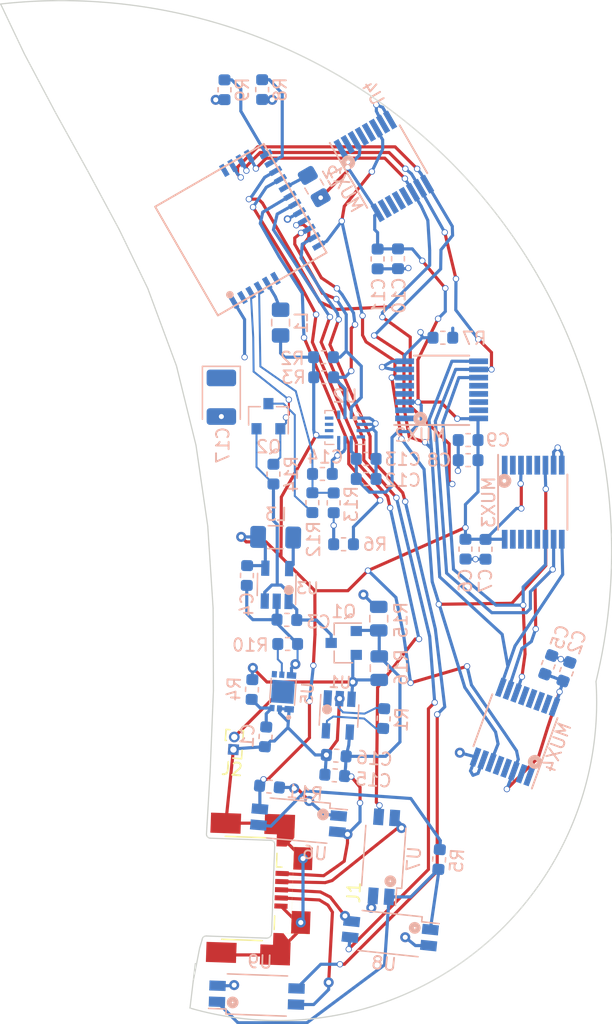
<source format=kicad_pcb>
(kicad_pcb (version 20171130) (host pcbnew "(5.0.0)")
  (layers (0 F.Cu signal) (31 B.Cu signal) (34 B.Paste user) (35 F.Paste user) (36 B.SilkS user) (37 F.SilkS user) (38 B.Mask user) (39 F.Mask user) (44 Edge.Cuts user))
  (net 0 "")
  (net 1 GND)
  (net 2 +3V3)
  (net 3 +5V)
  (net 4 +BATT)
  (net 5 /U1_A7)
  (net 6 /U1_A6)
  (net 7 /U1_A5)
  (net 8 /U1_A4)
  (net 9 /U1_A3)
  (net 10 /U1_A2)
  (net 11 /U1_A1)
  (net 12 /U1_A0)
  (net 13 /U2_A7)
  (net 14 /U2_A6)
  (net 15 /U2_A5)
  (net 16 /U2_A4)
  (net 17 /U2_A3)
  (net 18 /U2_A2)
  (net 19 /U2_A1)
  (net 20 /U2_A0)
  (net 21 /U1_Data)
  (net 22 /U2_Data)
  (net 23 /U3_Data)
  (net 24 /U4_Data)
  (net 25 /U3_A7)
  (net 26 /U3_A6)
  (net 27 /U3_A5)
  (net 28 /U3_A4)
  (net 29 /U3_A3)
  (net 30 /U3_A2)
  (net 31 /U3_A1)
  (net 32 /U3_A0)
  (net 33 /U4_A7)
  (net 34 /U4_A6)
  (net 35 /U4_A5)
  (net 36 /U4_A4)
  (net 37 /U4_A3)
  (net 38 /U4_A2)
  (net 39 /U4_A1)
  (net 40 /U4_A0)
  (net 41 "Net-(L3-Pad1)")
  (net 42 "Net-(R1-Pad1)")
  (net 43 "Net-(R2-Pad2)")
  (net 44 "Net-(R3-Pad2)")
  (net 45 /S0)
  (net 46 /S1)
  (net 47 /S2)
  (net 48 /MUX_E)
  (net 49 -BATT)
  (net 50 "Net-(C1-Pad1)")
  (net 51 Analog_Batt_Lvl)
  (net 52 Enable_Batt_Lvl)
  (net 53 "Net-(R5-Pad1)")
  (net 54 "Net-(R5-Pad2)")
  (net 55 "Net-(R10-Pad1)")
  (net 56 "Net-(R11-Pad1)")
  (net 57 XRES)
  (net 58 P0.6)
  (net 59 P0.7)
  (net 60 /P0.7_USB)
  (net 61 /P0.6_USB)
  (net 62 /XRES_USB)
  (net 63 "Net-(Q2-Pad3)")
  (net 64 /+3V3_VDDR)
  (net 65 /+3V3_VDD)
  (net 66 /+BATT_CUT)
  (module Package_SO:TSSOP-16_4.4x5mm_P0.65mm (layer B.Cu) (at 209.299453 191.460707 70)
    (fp_text reference MUX4 (at 0 3.55 70) (layer B.SilkS) (effects (justify mirror)))
    (fp_text value CD74HC4051)
    (pad 16 smd rect (at 2.95 2.275 70) (size 1.5 0.45) (layers B.Cu B.Paste B.Mask) (net 2 +3V3))
    (pad 15 smd rect (at 2.95 1.625 70) (size 1.5 0.45) (layers B.Cu B.Paste B.Mask) (net 38 /U4_A2))
    (pad 14 smd rect (at 2.95 0.975 70) (size 1.5 0.45) (layers B.Cu B.Paste B.Mask) (net 39 /U4_A1))
    (pad 13 smd rect (at 2.95 0.325 70) (size 1.5 0.45) (layers B.Cu B.Paste B.Mask) (net 40 /U4_A0))
    (pad 12 smd rect (at 2.95 -0.325 70) (size 1.5 0.45) (layers B.Cu B.Paste B.Mask) (net 37 /U4_A3))
    (pad 11 smd rect (at 2.95 -0.975 70) (size 1.5 0.45) (layers B.Cu B.Paste B.Mask) (net 45 /S0))
    (pad 10 smd rect (at 2.95 -1.625 70) (size 1.5 0.45) (layers B.Cu B.Paste B.Mask) (net 46 /S1))
    (pad 9 smd rect (at 2.95 -2.275 70) (size 1.5 0.45) (layers B.Cu B.Paste B.Mask) (net 47 /S2))
    (pad 8 smd rect (at -2.95 -2.275 70) (size 1.5 0.45) (layers B.Cu B.Paste B.Mask) (net 1 GND))
    (pad 7 smd rect (at -2.95 -1.625 70) (size 1.5 0.45) (layers B.Cu B.Paste B.Mask) (net 1 GND))
    (pad 6 smd rect (at -2.95 -0.975 70) (size 1.5 0.45) (layers B.Cu B.Paste B.Mask) (net 48 /MUX_E))
    (pad 5 smd rect (at -2.95 -0.325 70) (size 1.5 0.45) (layers B.Cu B.Paste B.Mask) (net 35 /U4_A5))
    (pad 4 smd rect (at -2.95 0.325 70) (size 1.5 0.45) (layers B.Cu B.Paste B.Mask) (net 33 /U4_A7))
    (pad 3 smd rect (at -2.95 0.975 70) (size 1.5 0.45) (layers B.Cu B.Paste B.Mask) (net 2 +3V3))
    (pad 2 smd rect (at -2.95 1.625 70) (size 1.5 0.45) (layers B.Cu B.Paste B.Mask) (net 34 /U4_A6))
    (pad 1 smd rect (at -2.95 2.275 70) (size 1.5 0.45) (layers B.Cu B.Paste B.Mask) (net 36 /U4_A4))
  )
  (module Capacitor_SMD:C_0603_1608Metric (layer B.Cu) (at 191.119453 182.530707 359)
    (fp_text reference C3 (at 2.530154 0.127757 359) (layer B.SilkS) (effects (justify mirror)))
    (fp_text value 4.7uF)
    (pad 2 smd roundrect (at 0.7875 0 359) (size 0.875 0.95) (layers B.Cu B.Paste B.Mask) (net 66 /+BATT_CUT))
    (pad 1 smd roundrect (at -0.7875 0 359) (size 0.875 0.95) (layers B.Cu B.Paste B.Mask) (net 1 GND))
  )
  (module Package_TO_SOT_SMD:TSOT-23-5 (layer B.Cu) (at 190.329453 179.740707 89)
    (fp_text reference U3 (at -0.231479 2.438411 179) (layer B.SilkS) (effects (font (size 0.9 0.9)) (justify mirror)))
    (fp_text value ADP2108AUJ-3.3)
    (pad 5 smd rect (at 1.31 0.95 89) (size 1.22 0.65) (layers B.Cu B.Paste B.Mask) (net 41 "Net-(L3-Pad1)"))
    (pad 4 smd rect (at 1.31 -0.95 89) (size 1.22 0.65) (layers B.Cu B.Paste B.Mask) (net 2 +3V3))
    (pad 3 smd rect (at -1.31 -0.95 89) (size 1.22 0.65) (layers B.Cu B.Paste B.Mask) (net 66 /+BATT_CUT))
    (pad 2 smd rect (at -1.31 0 89) (size 1.22 0.65) (layers B.Cu B.Paste B.Mask) (net 1 GND))
    (pad 1 smd rect (at -1.31 0.95 89) (size 1.22 0.65) (layers B.Cu B.Paste B.Mask) (net 66 /+BATT_CUT))
  )
  (module Connector_PinHeader_1.00mm:PinHeader_1x02_P1.00mm_Vertical (layer F.Cu) (at 186.859453 192.860707 176)
    (fp_text reference J2 (at 0 -1.56 176) (layer F.SilkS))
    (fp_text value 3V7_Battery)
    (pad 2 thru_hole oval (at 0 1 176) (size 0.85 0.85) (drill 0.5) (layers *.Cu *.Mask) (net 4 +BATT))
    (pad 1 thru_hole rect (at 0 0 176) (size 0.85 0.85) (drill 0.5) (layers *.Cu *.Mask) (net 49 -BATT))
  )
  (module Package_LGA:Bosch_LGA-14_3x2.5mm_P0.5mm (layer B.Cu) (at 195.749453 167.210707 180)
    (fp_text reference U2 (at 0 2.5 180) (layer B.SilkS) (effects (justify mirror)))
    (fp_text value ISM330DLC)
    (pad 11 smd rect (at 1.2625 0.75 180) (size 0.675 0.25) (layers B.Cu B.Paste B.Mask))
    (pad 10 smd rect (at 1.2625 0.25 180) (size 0.675 0.25) (layers B.Cu B.Paste B.Mask))
    (pad 9 smd rect (at 1.2625 -0.25 180) (size 0.675 0.25) (layers B.Cu B.Paste B.Mask))
    (pad 8 smd rect (at 1.2625 -0.75 180) (size 0.675 0.25) (layers B.Cu B.Paste B.Mask) (net 2 +3V3))
    (pad 4 smd rect (at -1.2625 -0.75 180) (size 0.675 0.25) (layers B.Cu B.Paste B.Mask))
    (pad 3 smd rect (at -1.2625 -0.25 180) (size 0.675 0.25) (layers B.Cu B.Paste B.Mask) (net 1 GND))
    (pad 2 smd rect (at -1.2625 0.25 180) (size 0.675 0.25) (layers B.Cu B.Paste B.Mask) (net 1 GND))
    (pad 1 smd rect (at -1.2625 0.75 180) (size 0.675 0.25) (layers B.Cu B.Paste B.Mask) (net 1 GND))
    (pad 7 smd rect (at 0.5 -1.0125 180) (size 0.25 0.675) (layers B.Cu B.Paste B.Mask) (net 1 GND))
    (pad 6 smd rect (at 0 -1.0125 180) (size 0.25 0.675) (layers B.Cu B.Paste B.Mask) (net 1 GND))
    (pad 5 smd rect (at -0.5 -1.0125 180) (size 0.25 0.675) (layers B.Cu B.Paste B.Mask) (net 2 +3V3))
    (pad 12 smd rect (at 0.5 1.0125 180) (size 0.25 0.675) (layers B.Cu B.Paste B.Mask))
    (pad 14 smd rect (at -0.5 1.0125 180) (size 0.25 0.675) (layers B.Cu B.Paste B.Mask) (net 43 "Net-(R2-Pad2)"))
    (pad 13 smd rect (at 0 1.0125 180) (size 0.25 0.675) (layers B.Cu B.Paste B.Mask) (net 44 "Net-(R3-Pad2)"))
  )
  (module Capacitor_SMD:C_0603_1608Metric (layer B.Cu) (at 189.419453 191.850707 266)
    (fp_text reference C1 (at 0 1.43 266) (layer B.SilkS) (effects (justify mirror)))
    (fp_text value 0.1uF)
    (pad 2 smd roundrect (at 0.7875 0 266) (size 0.875 0.95) (layers B.Cu B.Paste B.Mask) (net 49 -BATT))
    (pad 1 smd roundrect (at -0.7875 0 266) (size 0.875 0.95) (layers B.Cu B.Paste B.Mask) (net 50 "Net-(C1-Pad1)"))
  )
  (module Capacitor_SMD:C_0603_1608Metric (layer B.Cu) (at 213.399453 186.660707 250)
    (fp_text reference C2 (at -2.498995 0.005009 250) (layer B.SilkS) (effects (justify mirror)))
    (fp_text value 1uF)
    (pad 2 smd roundrect (at 0.7875 0 250) (size 0.875 0.95) (layers B.Cu B.Paste B.Mask) (net 2 +3V3))
    (pad 1 smd roundrect (at -0.7875 0 250) (size 0.875 0.95) (layers B.Cu B.Paste B.Mask) (net 1 GND))
  )
  (module Capacitor_SMD:C_0603_1608Metric (layer B.Cu) (at 187.937453 178.998707 269)
    (fp_text reference C4 (at 2.285652 -0.039896 269) (layer B.SilkS) (effects (justify mirror)))
    (fp_text value 10uF)
    (pad 2 smd roundrect (at 0.7875 0 269) (size 0.875 0.95) (layers B.Cu B.Paste B.Mask) (net 1 GND))
    (pad 1 smd roundrect (at -0.7875 0 269) (size 0.875 0.95) (layers B.Cu B.Paste B.Mask) (net 2 +3V3))
  )
  (module Capacitor_SMD:C_0603_1608Metric (layer B.Cu) (at 211.949453 186.110707 250)
    (fp_text reference C5 (at -2.392243 -0.140264 250) (layer B.SilkS) (effects (justify mirror)))
    (fp_text value 0.1uF)
    (pad 2 smd roundrect (at 0.7875 0 250) (size 0.875 0.95) (layers B.Cu B.Paste B.Mask) (net 2 +3V3))
    (pad 1 smd roundrect (at -0.7875 0 250) (size 0.875 0.95) (layers B.Cu B.Paste B.Mask) (net 1 GND))
  )
  (module Capacitor_SMD:C_0603_1608Metric (layer B.Cu) (at 205.349453 176.898207 90)
    (fp_text reference C6 (at -2.5125 0 90) (layer B.SilkS) (effects (justify mirror)))
    (fp_text value 1uF)
    (pad 2 smd roundrect (at 0.7875 0 90) (size 0.875 0.95) (layers B.Cu B.Paste B.Mask) (net 2 +3V3))
    (pad 1 smd roundrect (at -0.7875 0 90) (size 0.875 0.95) (layers B.Cu B.Paste B.Mask) (net 1 GND))
  )
  (module Capacitor_SMD:C_0603_1608Metric (layer B.Cu) (at 206.949453 176.910707 90)
    (fp_text reference C7 (at -2.5 0 90) (layer B.SilkS) (effects (justify mirror)))
    (fp_text value 0.1uF)
    (pad 2 smd roundrect (at 0.7875 0 90) (size 0.875 0.95) (layers B.Cu B.Paste B.Mask) (net 2 +3V3))
    (pad 1 smd roundrect (at -0.7875 0 90) (size 0.875 0.95) (layers B.Cu B.Paste B.Mask) (net 1 GND))
  )
  (module Capacitor_SMD:C_0603_1608Metric (layer B.Cu) (at 205.561953 169.810707)
    (fp_text reference C8 (at -2.3125 0) (layer B.SilkS) (effects (justify mirror)))
    (fp_text value 1uF)
    (pad 2 smd roundrect (at 0.7875 0) (size 0.875 0.95) (layers B.Cu B.Paste B.Mask) (net 2 +3V3))
    (pad 1 smd roundrect (at -0.7875 0) (size 0.875 0.95) (layers B.Cu B.Paste B.Mask) (net 1 GND))
  )
  (module Capacitor_SMD:C_0603_1608Metric (layer B.Cu) (at 205.561953 168.210707)
    (fp_text reference C9 (at 2.3875 0) (layer B.SilkS) (effects (justify mirror)))
    (fp_text value 0.1uF)
    (pad 2 smd roundrect (at 0.7875 0) (size 0.875 0.95) (layers B.Cu B.Paste B.Mask) (net 2 +3V3))
    (pad 1 smd roundrect (at -0.7875 0) (size 0.875 0.95) (layers B.Cu B.Paste B.Mask) (net 1 GND))
  )
  (module Capacitor_SMD:C_0603_1608Metric (layer B.Cu) (at 199.974453 153.773207 90)
    (fp_text reference C10 (at -2.9375 0.075 90) (layer B.SilkS) (effects (justify mirror)))
    (fp_text value 1uF)
    (pad 2 smd roundrect (at 0.7875 0 90) (size 0.875 0.95) (layers B.Cu B.Paste B.Mask) (net 2 +3V3))
    (pad 1 smd roundrect (at -0.7875 0 90) (size 0.875 0.95) (layers B.Cu B.Paste B.Mask) (net 1 GND))
  )
  (module Capacitor_SMD:C_0603_1608Metric (layer B.Cu) (at 198.349453 153.785707 90)
    (fp_text reference C11 (at -2.95 0.075 90) (layer B.SilkS) (effects (justify mirror)))
    (fp_text value 0.1uF)
    (pad 2 smd roundrect (at 0.7875 0 90) (size 0.875 0.95) (layers B.Cu B.Paste B.Mask) (net 2 +3V3))
    (pad 1 smd roundrect (at -0.7875 0 90) (size 0.875 0.95) (layers B.Cu B.Paste B.Mask) (net 1 GND))
  )
  (module Capacitor_SMD:C_0603_1608Metric (layer B.Cu) (at 197.436953 171.310707 180)
    (fp_text reference C12 (at -2.9125 -0.1 180) (layer B.SilkS) (effects (justify mirror)))
    (fp_text value 1uF)
    (pad 2 smd roundrect (at 0.7875 0 180) (size 0.875 0.95) (layers B.Cu B.Paste B.Mask) (net 2 +3V3))
    (pad 1 smd roundrect (at -0.7875 0 180) (size 0.875 0.95) (layers B.Cu B.Paste B.Mask) (net 1 GND))
  )
  (module Capacitor_SMD:C_0603_1608Metric (layer B.Cu) (at 197.436953 169.710707 180)
    (fp_text reference C13 (at -2.9225 -0.03 180) (layer B.SilkS) (effects (justify mirror)))
    (fp_text value 0.1uF)
    (pad 2 smd roundrect (at 0.7875 0 180) (size 0.875 0.95) (layers B.Cu B.Paste B.Mask) (net 2 +3V3))
    (pad 1 smd roundrect (at -0.7875 0 180) (size 0.875 0.95) (layers B.Cu B.Paste B.Mask) (net 1 GND))
  )
  (module Capacitor_SMD:C_0603_1608Metric (layer B.Cu) (at 193.949453 170.910707)
    (fp_text reference C14 (at 0.22 -1.35) (layer B.SilkS) (effects (justify mirror)))
    (fp_text value 0.1uF)
    (pad 2 smd roundrect (at 0.7875 0) (size 0.875 0.95) (layers B.Cu B.Paste B.Mask) (net 1 GND))
    (pad 1 smd roundrect (at -0.7875 0) (size 0.875 0.95) (layers B.Cu B.Paste B.Mask) (net 51 Analog_Batt_Lvl))
  )
  (module Inductor_SMD:L_0805_2012Metric_Pad1.15x1.40mm_HandSolder (layer B.Cu) (at 190.619453 158.855707 90)
    (fp_text reference L1 (at 0 1.65 90) (layer B.SilkS) (effects (justify mirror)))
    (fp_text value "300ohm 100MHz")
    (pad 2 smd roundrect (at 1.025 0 90) (size 1.15 1.4) (layers B.Cu B.Paste B.Mask) (roundrect_rratio 0.217391) (net 64 /+3V3_VDDR))
    (pad 1 smd roundrect (at -1.025 0 90) (size 1.15 1.4) (layers B.Cu B.Paste B.Mask) (roundrect_rratio 0.217391) (net 2 +3V3))
  )
  (module Inductor_SMD:L_0805_2012Metric_Pad1.15x1.40mm_HandSolder (layer B.Cu) (at 193.299453 148.020707 120)
    (fp_text reference L2 (at 0 1.65 120) (layer B.SilkS) (effects (justify mirror)))
    (fp_text value "300ohm 100MHz")
    (pad 2 smd roundrect (at 1.025 0 120) (size 1.15 1.4) (layers B.Cu B.Paste B.Mask) (roundrect_rratio 0.217391) (net 65 /+3V3_VDD))
    (pad 1 smd roundrect (at -1.025 0 120) (size 1.15 1.4) (layers B.Cu B.Paste B.Mask) (roundrect_rratio 0.217391) (net 2 +3V3))
  )
  (module Package_SO:TSSOP-16_4.4x5mm_P0.65mm (layer B.Cu) (at 198.849453 146.410707 300)
    (fp_text reference MUX1 (at 0 3.55 300) (layer B.SilkS) (effects (justify mirror)))
    (fp_text value CD74HC4051)
    (pad 16 smd rect (at 2.95 2.275 300) (size 1.5 0.45) (layers B.Cu B.Paste B.Mask) (net 2 +3V3))
    (pad 15 smd rect (at 2.95 1.625 300) (size 1.5 0.45) (layers B.Cu B.Paste B.Mask) (net 10 /U1_A2))
    (pad 14 smd rect (at 2.95 0.975 300) (size 1.5 0.45) (layers B.Cu B.Paste B.Mask) (net 11 /U1_A1))
    (pad 13 smd rect (at 2.95 0.325 300) (size 1.5 0.45) (layers B.Cu B.Paste B.Mask) (net 12 /U1_A0))
    (pad 12 smd rect (at 2.95 -0.325 300) (size 1.5 0.45) (layers B.Cu B.Paste B.Mask) (net 9 /U1_A3))
    (pad 11 smd rect (at 2.95 -0.975 300) (size 1.5 0.45) (layers B.Cu B.Paste B.Mask) (net 45 /S0))
    (pad 10 smd rect (at 2.95 -1.625 300) (size 1.5 0.45) (layers B.Cu B.Paste B.Mask) (net 46 /S1))
    (pad 9 smd rect (at 2.95 -2.275 300) (size 1.5 0.45) (layers B.Cu B.Paste B.Mask) (net 47 /S2))
    (pad 8 smd rect (at -2.95 -2.275 300) (size 1.5 0.45) (layers B.Cu B.Paste B.Mask) (net 1 GND))
    (pad 7 smd rect (at -2.95 -1.625 300) (size 1.5 0.45) (layers B.Cu B.Paste B.Mask) (net 1 GND))
    (pad 6 smd rect (at -2.95 -0.975 300) (size 1.5 0.45) (layers B.Cu B.Paste B.Mask) (net 48 /MUX_E))
    (pad 5 smd rect (at -2.95 -0.325 300) (size 1.5 0.45) (layers B.Cu B.Paste B.Mask) (net 7 /U1_A5))
    (pad 4 smd rect (at -2.95 0.325 300) (size 1.5 0.45) (layers B.Cu B.Paste B.Mask) (net 5 /U1_A7))
    (pad 3 smd rect (at -2.95 0.975 300) (size 1.5 0.45) (layers B.Cu B.Paste B.Mask) (net 2 +3V3))
    (pad 2 smd rect (at -2.95 1.625 300) (size 1.5 0.45) (layers B.Cu B.Paste B.Mask) (net 6 /U1_A6))
    (pad 1 smd rect (at -2.95 2.275 300) (size 1.5 0.45) (layers B.Cu B.Paste B.Mask) (net 8 /U1_A4))
  )
  (module Package_SO:TSSOP-16_4.4x5mm_P0.65mm (layer B.Cu) (at 203.449453 164.210707)
    (fp_text reference MUX2 (at -1.7 3.6) (layer B.SilkS) (effects (justify mirror)))
    (fp_text value CD74HC4051)
    (pad 16 smd rect (at 2.95 2.275) (size 1.5 0.45) (layers B.Cu B.Paste B.Mask) (net 2 +3V3))
    (pad 15 smd rect (at 2.95 1.625) (size 1.5 0.45) (layers B.Cu B.Paste B.Mask) (net 18 /U2_A2))
    (pad 14 smd rect (at 2.95 0.975) (size 1.5 0.45) (layers B.Cu B.Paste B.Mask) (net 19 /U2_A1))
    (pad 13 smd rect (at 2.95 0.325) (size 1.5 0.45) (layers B.Cu B.Paste B.Mask) (net 20 /U2_A0))
    (pad 12 smd rect (at 2.95 -0.325) (size 1.5 0.45) (layers B.Cu B.Paste B.Mask) (net 17 /U2_A3))
    (pad 11 smd rect (at 2.95 -0.975) (size 1.5 0.45) (layers B.Cu B.Paste B.Mask) (net 45 /S0))
    (pad 10 smd rect (at 2.95 -1.625) (size 1.5 0.45) (layers B.Cu B.Paste B.Mask) (net 46 /S1))
    (pad 9 smd rect (at 2.95 -2.275) (size 1.5 0.45) (layers B.Cu B.Paste B.Mask) (net 47 /S2))
    (pad 8 smd rect (at -2.95 -2.275) (size 1.5 0.45) (layers B.Cu B.Paste B.Mask) (net 1 GND))
    (pad 7 smd rect (at -2.95 -1.625) (size 1.5 0.45) (layers B.Cu B.Paste B.Mask) (net 1 GND))
    (pad 6 smd rect (at -2.95 -0.975) (size 1.5 0.45) (layers B.Cu B.Paste B.Mask) (net 48 /MUX_E))
    (pad 5 smd rect (at -2.95 -0.325) (size 1.5 0.45) (layers B.Cu B.Paste B.Mask) (net 15 /U2_A5))
    (pad 4 smd rect (at -2.95 0.325) (size 1.5 0.45) (layers B.Cu B.Paste B.Mask) (net 13 /U2_A7))
    (pad 3 smd rect (at -2.95 0.975) (size 1.5 0.45) (layers B.Cu B.Paste B.Mask) (net 2 +3V3))
    (pad 2 smd rect (at -2.95 1.625) (size 1.5 0.45) (layers B.Cu B.Paste B.Mask) (net 14 /U2_A6))
    (pad 1 smd rect (at -2.95 2.275) (size 1.5 0.45) (layers B.Cu B.Paste B.Mask) (net 16 /U2_A4))
  )
  (module Package_SO:TSSOP-16_4.4x5mm_P0.65mm (layer B.Cu) (at 210.749453 173.160707 270)
    (fp_text reference MUX3 (at 0 3.55 270) (layer B.SilkS) (effects (justify mirror)))
    (fp_text value CD74HC4051)
    (pad 16 smd rect (at 2.95 2.275 270) (size 1.5 0.45) (layers B.Cu B.Paste B.Mask) (net 2 +3V3))
    (pad 15 smd rect (at 2.95 1.625 270) (size 1.5 0.45) (layers B.Cu B.Paste B.Mask) (net 30 /U3_A2))
    (pad 14 smd rect (at 2.95 0.975 270) (size 1.5 0.45) (layers B.Cu B.Paste B.Mask) (net 31 /U3_A1))
    (pad 13 smd rect (at 2.95 0.325 270) (size 1.5 0.45) (layers B.Cu B.Paste B.Mask) (net 32 /U3_A0))
    (pad 12 smd rect (at 2.95 -0.325 270) (size 1.5 0.45) (layers B.Cu B.Paste B.Mask) (net 29 /U3_A3))
    (pad 11 smd rect (at 2.95 -0.975 270) (size 1.5 0.45) (layers B.Cu B.Paste B.Mask) (net 45 /S0))
    (pad 10 smd rect (at 2.95 -1.625 270) (size 1.5 0.45) (layers B.Cu B.Paste B.Mask) (net 46 /S1))
    (pad 9 smd rect (at 2.95 -2.275 270) (size 1.5 0.45) (layers B.Cu B.Paste B.Mask) (net 47 /S2))
    (pad 8 smd rect (at -2.95 -2.275 270) (size 1.5 0.45) (layers B.Cu B.Paste B.Mask) (net 1 GND))
    (pad 7 smd rect (at -2.95 -1.625 270) (size 1.5 0.45) (layers B.Cu B.Paste B.Mask) (net 1 GND))
    (pad 6 smd rect (at -2.95 -0.975 270) (size 1.5 0.45) (layers B.Cu B.Paste B.Mask) (net 48 /MUX_E))
    (pad 5 smd rect (at -2.95 -0.325 270) (size 1.5 0.45) (layers B.Cu B.Paste B.Mask) (net 27 /U3_A5))
    (pad 4 smd rect (at -2.95 0.325 270) (size 1.5 0.45) (layers B.Cu B.Paste B.Mask) (net 25 /U3_A7))
    (pad 3 smd rect (at -2.95 0.975 270) (size 1.5 0.45) (layers B.Cu B.Paste B.Mask) (net 2 +3V3))
    (pad 2 smd rect (at -2.95 1.625 270) (size 1.5 0.45) (layers B.Cu B.Paste B.Mask) (net 26 /U3_A6))
    (pad 1 smd rect (at -2.95 2.275 270) (size 1.5 0.45) (layers B.Cu B.Paste B.Mask) (net 28 /U3_A4))
  )
  (module Package_TO_SOT_SMD:SOT-23 (layer B.Cu) (at 189.649453 166.310707 90)
    (fp_text reference Q2 (at -2.43 0.03 180) (layer B.SilkS) (effects (justify mirror)))
    (fp_text value Q_PMOS_GSD)
    (pad 3 smd rect (at 1 0 90) (size 0.9 0.8) (layers B.Cu B.Paste B.Mask) (net 63 "Net-(Q2-Pad3)"))
    (pad 2 smd rect (at -1 -0.95 90) (size 0.9 0.8) (layers B.Cu B.Paste B.Mask) (net 66 /+BATT_CUT))
    (pad 1 smd rect (at -1 0.95 90) (size 0.9 0.8) (layers B.Cu B.Paste B.Mask) (net 52 Enable_Batt_Lvl))
  )
  (module Resistor_SMD:R_0603_1608Metric (layer B.Cu) (at 198.830668 190.394286 87)
    (fp_text reference R1 (at 0 1.43 87) (layer B.SilkS) (effects (justify mirror)))
    (fp_text value 10k)
    (pad 2 smd roundrect (at 0.7875 0 87) (size 0.875 0.95) (layers B.Cu B.Paste B.Mask) (net 49 -BATT))
    (pad 1 smd roundrect (at -0.7875 0 87) (size 0.875 0.95) (layers B.Cu B.Paste B.Mask) (net 42 "Net-(R1-Pad1)"))
  )
  (module Resistor_SMD:R_0603_1608Metric (layer B.Cu) (at 194.036953 161.610707)
    (fp_text reference R2 (at -2.4875 0.1) (layer B.SilkS) (effects (justify mirror)))
    (fp_text value 10k)
    (pad 2 smd roundrect (at 0.7875 0) (size 0.875 0.95) (layers B.Cu B.Paste B.Mask) (net 43 "Net-(R2-Pad2)"))
    (pad 1 smd roundrect (at -0.7875 0) (size 0.875 0.95) (layers B.Cu B.Paste B.Mask) (net 2 +3V3))
  )
  (module Resistor_SMD:R_0603_1608Metric (layer B.Cu) (at 194.049453 163.210707)
    (fp_text reference R3 (at -2.4 0) (layer B.SilkS) (effects (justify mirror)))
    (fp_text value 10k)
    (pad 2 smd roundrect (at 0.7875 0) (size 0.875 0.95) (layers B.Cu B.Paste B.Mask) (net 44 "Net-(R3-Pad2)"))
    (pad 1 smd roundrect (at -0.7875 0) (size 0.875 0.95) (layers B.Cu B.Paste B.Mask) (net 2 +3V3))
  )
  (module Resistor_SMD:R_0603_1608Metric (layer B.Cu) (at 188.339453 188.080707 268)
    (fp_text reference R4 (at 0 1.43 268) (layer B.SilkS) (effects (justify mirror)))
    (fp_text value "390 ohm")
    (pad 2 smd roundrect (at 0.7875 0 268) (size 0.875 0.95) (layers B.Cu B.Paste B.Mask) (net 50 "Net-(C1-Pad1)"))
    (pad 1 smd roundrect (at -0.7875 0 268) (size 0.875 0.95) (layers B.Cu B.Paste B.Mask) (net 4 +BATT))
  )
  (module Resistor_SMD:R_0603_1608Metric (layer B.Cu) (at 203.249453 201.610707 86)
    (fp_text reference R5 (at 0 1.43 86) (layer B.SilkS) (effects (justify mirror)))
    (fp_text value 0-1k)
    (pad 2 smd roundrect (at 0.7875 0 86) (size 0.875 0.95) (layers B.Cu B.Paste B.Mask) (net 54 "Net-(R5-Pad2)"))
    (pad 1 smd roundrect (at -0.7875 0 86) (size 0.875 0.95) (layers B.Cu B.Paste B.Mask) (net 53 "Net-(R5-Pad1)"))
  )
  (module Resistor_SMD:R_0603_1608Metric (layer B.Cu) (at 195.636953 176.510707)
    (fp_text reference R6 (at 2.5125 0) (layer B.SilkS) (effects (justify mirror)))
    (fp_text value 10k)
    (pad 2 smd roundrect (at 0.7875 0) (size 0.875 0.95) (layers B.Cu B.Paste B.Mask) (net 24 /U4_Data))
    (pad 1 smd roundrect (at -0.7875 0) (size 0.875 0.95) (layers B.Cu B.Paste B.Mask) (net 1 GND))
  )
  (module Resistor_SMD:R_0603_1608Metric (layer B.Cu) (at 203.549453 160.060707)
    (fp_text reference R7 (at 2.5 0.05) (layer B.SilkS) (effects (justify mirror)))
    (fp_text value 10k)
    (pad 2 smd roundrect (at 0.7875 0) (size 0.875 0.95) (layers B.Cu B.Paste B.Mask) (net 23 /U3_Data))
    (pad 1 smd roundrect (at -0.7875 0) (size 0.875 0.95) (layers B.Cu B.Paste B.Mask) (net 1 GND))
  )
  (module Resistor_SMD:R_0603_1608Metric (layer B.Cu) (at 189.149453 140.298207 90)
    (fp_text reference R8 (at 0 1.43 90) (layer B.SilkS) (effects (justify mirror)))
    (fp_text value 10k)
    (pad 2 smd roundrect (at 0.7875 0 90) (size 0.875 0.95) (layers B.Cu B.Paste B.Mask) (net 22 /U2_Data))
    (pad 1 smd roundrect (at -0.7875 0 90) (size 0.875 0.95) (layers B.Cu B.Paste B.Mask) (net 1 GND))
  )
  (module Resistor_SMD:R_0603_1608Metric (layer B.Cu) (at 186.149453 140.310707 90)
    (fp_text reference R9 (at 0 1.43 90) (layer B.SilkS) (effects (justify mirror)))
    (fp_text value 10k)
    (pad 2 smd roundrect (at 0.7875 0 90) (size 0.875 0.95) (layers B.Cu B.Paste B.Mask) (net 21 /U1_Data))
    (pad 1 smd roundrect (at -0.7875 0 90) (size 0.875 0.95) (layers B.Cu B.Paste B.Mask) (net 1 GND))
  )
  (module Resistor_SMD:R_0603_1608Metric (layer B.Cu) (at 191.183953 184.452707)
    (fp_text reference R10 (at -2.9745 0.088) (layer B.SilkS) (effects (justify mirror)))
    (fp_text value 2.7k)
    (pad 2 smd roundrect (at 0.7875 0) (size 0.875 0.95) (layers B.Cu B.Paste B.Mask) (net 1 GND))
    (pad 1 smd roundrect (at -0.7875 0) (size 0.875 0.95) (layers B.Cu B.Paste B.Mask) (net 55 "Net-(R10-Pad1)"))
  )
  (module Resistor_SMD:R_0603_1608Metric (layer B.Cu) (at 189.733956 195.810707 175)
    (fp_text reference R11 (at -2.848361 -0.252711 175) (layer B.SilkS) (effects (justify mirror)))
    (fp_text value "100-500 ohm")
    (pad 2 smd roundrect (at 0.7875 0 175) (size 0.875 0.95) (layers B.Cu B.Paste B.Mask) (net 2 +3V3))
    (pad 1 smd roundrect (at -0.7875 0 175) (size 0.875 0.95) (layers B.Cu B.Paste B.Mask) (net 56 "Net-(R11-Pad1)"))
  )
  (module Resistor_SMD:R_0603_1608Metric (layer B.Cu) (at 193.149453 173.198207 90)
    (fp_text reference R12 (at -2.9125 0.1 90) (layer B.SilkS) (effects (justify mirror)))
    (fp_text value 10k)
    (pad 2 smd roundrect (at 0.7875 0 90) (size 0.875 0.95) (layers B.Cu B.Paste B.Mask) (net 51 Analog_Batt_Lvl))
    (pad 1 smd roundrect (at -0.7875 0 90) (size 0.875 0.95) (layers B.Cu B.Paste B.Mask) (net 63 "Net-(Q2-Pad3)"))
  )
  (module Resistor_SMD:R_0603_1608Metric (layer B.Cu) (at 194.849453 173.210707 270)
    (fp_text reference R13 (at 0.1 -1.4 270) (layer B.SilkS) (effects (justify mirror)))
    (fp_text value 10k)
    (pad 2 smd roundrect (at 0.7875 0 270) (size 0.875 0.95) (layers B.Cu B.Paste B.Mask) (net 1 GND))
    (pad 1 smd roundrect (at -0.7875 0 270) (size 0.875 0.95) (layers B.Cu B.Paste B.Mask) (net 51 Analog_Batt_Lvl))
  )
  (module Resistor_SMD:R_0603_1608Metric (layer B.Cu) (at 190.049453 170.923207 90)
    (fp_text reference R14 (at 0 1.43 90) (layer B.SilkS) (effects (justify mirror)))
    (fp_text value 100k)
    (pad 2 smd roundrect (at 0.7875 0 90) (size 0.875 0.95) (layers B.Cu B.Paste B.Mask) (net 52 Enable_Batt_Lvl))
    (pad 1 smd roundrect (at -0.7875 0 90) (size 0.875 0.95) (layers B.Cu B.Paste B.Mask) (net 66 /+BATT_CUT))
  )
  (module Package_TO_SOT_SMD:TSOT-23-5 (layer B.Cu) (at 195.249453 190.110707 267)
    (fp_text reference U1 (at -2.60167 0.036211 357) (layer B.SilkS) (effects (font (size 0.9 0.9)) (justify mirror)))
    (fp_text value STC4054-4.2)
    (pad 5 smd rect (at 1.31 0.95 267) (size 1.22 0.65) (layers B.Cu B.Paste B.Mask) (net 42 "Net-(R1-Pad1)"))
    (pad 4 smd rect (at 1.31 -0.95 267) (size 1.22 0.65) (layers B.Cu B.Paste B.Mask) (net 3 +5V))
    (pad 3 smd rect (at -1.31 -0.95 267) (size 1.22 0.65) (layers B.Cu B.Paste B.Mask) (net 4 +BATT))
    (pad 2 smd rect (at -1.31 0 267) (size 1.22 0.65) (layers B.Cu B.Paste B.Mask) (net 49 -BATT))
    (pad 1 smd rect (at -1.31 0.95 267) (size 1.22 0.65) (layers B.Cu B.Paste B.Mask))
  )
  (module Digikey_EZ_BLE:CYBLE-222014-01 (layer B.Cu) (at 188.719453 150.550707 300)
    (fp_text reference U4 (at -4 -13 300) (layer B.SilkS) (effects (justify mirror)))
    (fp_text value CYBLE-222014-01)
    (pad 1 smd rect (at 4.89 4.91 300) (size 1 0.41) (layers B.Cu B.Paste B.Mask) (net 1 GND))
    (pad 2 smd rect (at 4.89 4.14 300) (size 1 0.41) (layers B.Cu B.Paste B.Mask))
    (pad 3 smd rect (at 4.89 3.38 300) (size 1 0.41) (layers B.Cu B.Paste B.Mask) (net 52 Enable_Batt_Lvl))
    (pad 4 smd rect (at 4.89 2.62 300) (size 1 0.41) (layers B.Cu B.Paste B.Mask) (net 51 Analog_Batt_Lvl))
    (pad 5 smd rect (at 4.89 1.86 300) (size 1 0.41) (layers B.Cu B.Paste B.Mask) (net 64 /+3V3_VDDR))
    (pad 7 smd rect (at 4.34 -3.19 210) (size 1 0.41) (layers B.Cu B.Paste B.Mask) (net 48 /MUX_E))
    (pad 8 smd rect (at 3.58 -3.19 210) (size 1 0.41) (layers B.Cu B.Paste B.Mask) (net 59 P0.7))
    (pad 9 smd rect (at 2.81 -3.19 210) (size 1 0.41) (layers B.Cu B.Paste B.Mask) (net 43 "Net-(R2-Pad2)"))
    (pad 10 smd rect (at 2.05 -3.19 210) (size 1 0.41) (layers B.Cu B.Paste B.Mask) (net 44 "Net-(R3-Pad2)"))
    (pad 11 smd rect (at 1.29 -3.19 210) (size 1 0.41) (layers B.Cu B.Paste B.Mask) (net 1 GND))
    (pad 12 smd rect (at 0.53 -3.19 210) (size 1 0.41) (layers B.Cu B.Paste B.Mask) (net 58 P0.6))
    (pad 13 smd rect (at -0.23 -3.19 210) (size 1 0.41) (layers B.Cu B.Paste B.Mask) (net 24 /U4_Data))
    (pad 14 smd rect (at -1 -3.19 210) (size 1 0.41) (layers B.Cu B.Paste B.Mask) (net 65 /+3V3_VDD))
    (pad 15 smd rect (at -1.76 -3.19 210) (size 1 0.41) (layers B.Cu B.Paste B.Mask) (net 57 XRES))
    (pad 16 smd rect (at -2.52 -3.19 210) (size 1 0.41) (layers B.Cu B.Paste B.Mask) (net 23 /U3_Data))
    (pad 17 smd rect (at -3.28 -3.19 210) (size 1 0.41) (layers B.Cu B.Paste B.Mask) (net 22 /U2_Data))
    (pad 18 smd rect (at -4.04 -3.19 210) (size 1 0.41) (layers B.Cu B.Paste B.Mask) (net 21 /U1_Data))
    (pad 19 smd rect (at -4.6 -1.95 300) (size 1 0.41) (layers B.Cu B.Paste B.Mask) (net 45 /S0))
    (pad 20 smd rect (at -4.6 -1.19 300) (size 1 0.41) (layers B.Cu B.Paste B.Mask) (net 46 /S1))
    (pad 21 smd rect (at -4.6 -0.43 300) (size 1 0.41) (layers B.Cu B.Paste B.Mask) (net 47 /S2))
    (pad 22 smd rect (at -4.6 0.33 300) (size 1 0.41) (layers B.Cu B.Paste B.Mask))
    (pad 6 smd rect (at 4.89 1.1 300) (size 1 0.41) (layers B.Cu B.Paste B.Mask))
  )
  (module SamacSys_Parts:AP9211SAACHAC7 (layer B.Cu) (at 190.799453 188.260707 176)
    (fp_text reference U5 (at -1.955713 -0.013605 266) (layer B.SilkS) (effects (font (size 0.9 0.9)) (justify mirror)))
    (fp_text value AP9211SA-AN-HAC-7 hide)
    (pad 7 smd rect (at 0 0 86) (size 1.8 1.8) (layers B.Cu B.Paste B.Mask))
    (pad 6 smd rect (at -0.599 1.35 86) (size 0.5 0.75) (layers B.Cu B.Paste B.Mask) (net 1 GND))
    (pad 5 smd rect (at 0.176 1.35 176) (size 0.4 0.5) (layers B.Cu B.Paste B.Mask) (net 55 "Net-(R10-Pad1)"))
    (pad 4 smd rect (at 0.776 1.35 176) (size 0.4 0.5) (layers B.Cu B.Paste B.Mask))
    (pad 3 smd rect (at 0.776 -1.35 176) (size 0.4 0.5) (layers B.Cu B.Paste B.Mask) (net 50 "Net-(C1-Pad1)"))
    (pad 2 smd rect (at 0.176004 -1.35 176) (size 0.4 0.5) (layers B.Cu B.Paste B.Mask) (net 49 -BATT))
    (pad 1 smd rect (at -0.599 -1.35 86) (size 0.5 0.75) (layers B.Cu B.Paste B.Mask) (net 49 -BATT))
  )
  (module Package_SO:SOP-4_4.4x2.8mm_P1.27mm (layer B.Cu) (at 192.049453 198.510707 175)
    (fp_text reference U6 (at -1.521658 -2.476804 175) (layer B.SilkS) (effects (justify mirror)))
    (fp_text value TCMT1100)
    (pad 4 smd rect (at 3.15 0.64 175) (size 1.3 0.8) (layers B.Cu B.Paste B.Mask) (net 2 +3V3))
    (pad 3 smd rect (at 3.15 -0.64 175) (size 1.3 0.8) (layers B.Cu B.Paste B.Mask) (net 54 "Net-(R5-Pad2)"))
    (pad 2 smd rect (at -3.15 -0.64 175) (size 1.3 0.8) (layers B.Cu B.Paste B.Mask) (net 3 +5V))
    (pad 1 smd rect (at -3.15 0.64 175) (size 1.3 0.8) (layers B.Cu B.Paste B.Mask) (net 56 "Net-(R11-Pad1)"))
  )
  (module Package_SO:SOP-4_4.4x2.8mm_P1.27mm (layer B.Cu) (at 198.849453 201.410707 86)
    (fp_text reference U7 (at 0 2.4 86) (layer B.SilkS) (effects (justify mirror)))
    (fp_text value TCMT1100)
    (pad 4 smd rect (at 3.15 0.64 86) (size 1.3 0.8) (layers B.Cu B.Paste B.Mask) (net 62 /XRES_USB))
    (pad 3 smd rect (at 3.15 -0.64 86) (size 1.3 0.8) (layers B.Cu B.Paste B.Mask) (net 57 XRES))
    (pad 2 smd rect (at -3.15 -0.64 86) (size 1.3 0.8) (layers B.Cu B.Paste B.Mask) (net 1 GND))
    (pad 1 smd rect (at -3.15 0.64 86) (size 1.3 0.8) (layers B.Cu B.Paste B.Mask) (net 53 "Net-(R5-Pad1)"))
  )
  (module Package_SO:SOP-4_4.4x2.8mm_P1.27mm (layer B.Cu) (at 199.349453 207.510707 174)
    (fp_text reference U8 (at 0.246393 -2.439117 174) (layer B.SilkS) (effects (justify mirror)))
    (fp_text value TCMT1100)
    (pad 4 smd rect (at 3.15 0.64 174) (size 1.3 0.8) (layers B.Cu B.Paste B.Mask) (net 61 /P0.6_USB))
    (pad 3 smd rect (at 3.15 -0.64 174) (size 1.3 0.8) (layers B.Cu B.Paste B.Mask) (net 58 P0.6))
    (pad 2 smd rect (at -3.15 -0.64 174) (size 1.3 0.8) (layers B.Cu B.Paste B.Mask) (net 1 GND))
    (pad 1 smd rect (at -3.15 0.64 174) (size 1.3 0.8) (layers B.Cu B.Paste B.Mask) (net 53 "Net-(R5-Pad1)"))
  )
  (module Package_SO:SOP-4_4.4x2.8mm_P1.27mm (layer B.Cu) (at 188.719453 212.420707 358)
    (fp_text reference U9 (at 0.157364 -2.657111 358) (layer B.SilkS) (effects (justify mirror)))
    (fp_text value TCMT1100)
    (pad 4 smd rect (at 3.15 0.64 358) (size 1.3 0.8) (layers B.Cu B.Paste B.Mask) (net 60 /P0.7_USB))
    (pad 3 smd rect (at 3.15 -0.64 358) (size 1.3 0.8) (layers B.Cu B.Paste B.Mask) (net 59 P0.7))
    (pad 2 smd rect (at -3.15 -0.64 358) (size 1.3 0.8) (layers B.Cu B.Paste B.Mask) (net 1 GND))
    (pad 1 smd rect (at -3.15 0.64 358) (size 1.3 0.8) (layers B.Cu B.Paste B.Mask) (net 53 "Net-(R5-Pad1)"))
  )
  (module Capacitor_SMD:C_0603_1608Metric (layer B.Cu) (at 194.935035 194.91564 356)
    (fp_text reference C15 (at 3.094999 0.155001 356) (layer B.SilkS) (effects (justify mirror)))
    (fp_text value 1uF)
    (pad 2 smd roundrect (at 0.7875 0 356) (size 0.875 0.95) (layers B.Cu B.Paste B.Mask) (net 3 +5V))
    (pad 1 smd roundrect (at -0.7875 0 356) (size 0.875 0.95) (layers B.Cu B.Paste B.Mask) (net 49 -BATT))
  )
  (module Capacitor_SMD:C_0603_1608Metric (layer B.Cu) (at 195.054454 193.345706 356)
    (fp_text reference C16 (at 3.044999 0.015001 356) (layer B.SilkS) (effects (justify mirror)))
    (fp_text value 0.1uF)
    (pad 2 smd roundrect (at 0.7875 0 356) (size 0.875 0.95) (layers B.Cu B.Paste B.Mask) (net 3 +5V))
    (pad 1 smd roundrect (at -0.7875 0 356) (size 0.875 0.95) (layers B.Cu B.Paste B.Mask) (net 49 -BATT))
  )
  (module Connector_USB:USB_Micro_CustomV2 (layer F.Cu) (at 187.769453 203.930707 268)
    (fp_text reference J1 (at 0 -8.7 268) (layer F.SilkS))
    (fp_text value Conn_Micro_USB)
    (pad 6 smd custom (at -5.2 -2.6 268) (size 1.6 2.4) (layers F.Cu F.Paste F.Mask) (net 49 -BATT) (options (clearance outline) (anchor rect)) (primitives (gr_poly (pts (xy 0.8 -1.2) (xy 1.025 -1.2) (xy 1.75 -0.6) (xy 1.75 0.2) (xy 0.8 0.2)) (width 0))))
    (pad 6 smd custom (at 5.2 -2.6 268) (size 1.6 2.4) (layers F.Cu F.Paste F.Mask) (net 49 -BATT) (options (clearance outline) (anchor rect)) (primitives (gr_poly (pts (xy -0.8 -1.2) (xy -1.025 -1.2) (xy -1.75 -0.6) (xy -1.75 0.2) (xy -0.8 0.2)) (width 0))))
    (pad 6 smd rect (at 2.55 -4.55 268) (size 1.8 1.5) (layers F.Cu F.Paste F.Mask) (net 49 -BATT))
    (pad 6 smd rect (at -2.55 -4.55 268) (size 1.8 1.5) (layers F.Cu F.Paste F.Mask) (net 49 -BATT))
    (pad 6 smd rect (at 5.15 1.7 268) (size 1.6 2.4) (layers F.Cu F.Paste F.Mask) (net 49 -BATT))
    (pad 6 smd rect (at -5.15 1.7 268) (size 1.6 2.4) (layers F.Cu F.Paste F.Mask) (net 49 -BATT))
    (pad 5 smd rect (at 1.3 -2.925 268) (size 0.4 1.05) (layers F.Cu F.Paste F.Mask) (net 49 -BATT))
    (pad 4 smd rect (at 0.65 -2.925 268) (size 0.4 1.05) (layers F.Cu F.Paste F.Mask) (net 60 /P0.7_USB))
    (pad 3 smd rect (at 0 -2.925 268) (size 0.4 1.05) (layers F.Cu F.Paste F.Mask) (net 61 /P0.6_USB))
    (pad 2 smd rect (at -0.65 -2.925 268) (size 0.4 1.05) (layers F.Cu F.Paste F.Mask) (net 62 /XRES_USB))
    (pad 1 smd rect (at -1.3 -2.925 268) (size 0.4 1.05) (layers F.Cu F.Paste F.Mask) (net 3 +5V))
  )
  (module Capacitor_Tantalum_SMD:CP_EIA-3528-12_Kemet-T (layer B.Cu) (at 185.899453 164.800707 270)
    (fp_text reference C17 (at 3.82 -0.12 270) (layer B.SilkS) (effects (justify mirror)))
    (fp_text value 100uF)
    (pad 2 smd roundrect (at 1.5375 0 270) (size 1.325 2.35) (layers B.Cu B.Paste B.Mask) (roundrect_rratio 0.188679) (net 1 GND))
    (pad 1 smd roundrect (at -1.5375 0 270) (size 1.325 2.35) (layers B.Cu B.Paste B.Mask) (roundrect_rratio 0.188679) (net 2 +3V3))
  )
  (module Package_TO_SOT_SMD:SOT-23 (layer B.Cu) (at 195.649453 184.370707 180)
    (fp_text reference Q1 (at 0 2.5 180) (layer B.SilkS) (effects (justify mirror)))
    (fp_text value Q_PMOS_GSD)
    (pad 1 smd rect (at -1 0.95 180) (size 0.9 0.8) (layers B.Cu B.Paste B.Mask) (net 3 +5V))
    (pad 2 smd rect (at -1 -0.95 180) (size 0.9 0.8) (layers B.Cu B.Paste B.Mask) (net 4 +BATT))
    (pad 3 smd rect (at 1 0 180) (size 0.9 0.8) (layers B.Cu B.Paste B.Mask) (net 66 /+BATT_CUT))
  )
  (module Resistor_SMD:R_0805_2012Metric (layer B.Cu) (at 198.439453 182.433207 270)
    (fp_text reference R15 (at 0.1175 -1.77 270) (layer B.SilkS) (effects (justify mirror)))
    (fp_text value 10k)
    (pad 2 smd roundrect (at 0.9375 0 270) (size 0.975 1.4) (layers B.Cu B.Paste B.Mask) (net 3 +5V))
    (pad 1 smd roundrect (at -0.9375 0 270) (size 0.975 1.4) (layers B.Cu B.Paste B.Mask) (net 1 GND))
  )
  (module Resistor_SMD:R_0805_2012Metric (layer B.Cu) (at 198.479453 186.378207 270)
    (fp_text reference R16 (at -0.06 -1.75 270) (layer B.SilkS) (effects (justify mirror)))
    (fp_text value 100k)
    (pad 1 smd roundrect (at -0.9375 0 270) (size 0.975 1.4) (layers B.Cu B.Paste B.Mask) (net 3 +5V))
    (pad 2 smd roundrect (at 0.9375 0 270) (size 0.975 1.4) (layers B.Cu B.Paste B.Mask) (net 4 +BATT))
  )
  (module Inductor_SMD:L_1206_3216Metric (layer B.Cu) (at 190.223453 175.950707 179)
    (fp_text reference L3 (at 0 1.82 179) (layer B.SilkS) (effects (justify mirror)))
    (fp_text value 1uH)
    (pad 1 smd roundrect (at -1.4 0 179) (size 1.25 1.75) (layers B.Cu B.Paste B.Mask) (roundrect_rratio 0.2) (net 41 "Net-(L3-Pad1)"))
    (pad 2 smd roundrect (at 1.4 0 179) (size 1.25 1.75) (layers B.Cu B.Paste B.Mask) (roundrect_rratio 0.2) (net 2 +3V3))
  )
  (gr_line (start 184.814202 175.06997) (end 185.240376 181.590448) (layer Edge.Cuts) (width 0.1))
  (gr_line (start 183.87809 168.630622) (end 184.814202 175.06997) (layer Edge.Cuts) (width 0.1))
  (gr_line (start 182.322428 162.308887) (end 183.87809 168.630622) (layer Edge.Cuts) (width 0.1))
  (gr_line (start 183.823671 209.906292) (end 183.399453 213.450707) (layer Edge.Cuts) (width 0.1))
  (gr_line (start 180.037601 156.141246) (end 182.322428 162.308887) (layer Edge.Cuts) (width 0.1))
  (gr_line (start 185.240376 181.590448) (end 185.266226 188.155573) (layer Edge.Cuts) (width 0.1))
  (gr_line (start 185.266226 188.155573) (end 185.001365 194.728864) (layer Edge.Cuts) (width 0.1))
  (gr_line (start 177.751663 151.429393) (end 180.037601 156.141246) (layer Edge.Cuts) (width 0.1))
  (gr_line (start 175.252233 146.779035) (end 177.751663 151.429393) (layer Edge.Cuts) (width 0.1))
  (gr_line (start 172.688704 142.142286) (end 175.252233 146.779035) (layer Edge.Cuts) (width 0.1))
  (gr_line (start 170.210467 137.47126) (end 172.688704 142.142286) (layer Edge.Cuts) (width 0.1))
  (gr_line (start 168.309453 133.480707) (end 170.210467 137.47126) (layer Edge.Cuts) (width 0.1))
  (gr_line (start 184.163453 208.690707) (end 183.659453 211.300707) (layer Edge.Cuts) (width 0.1))
  (gr_arc (start 190.437971 189.079691) (end 183.399453 213.450707) (angle -109.8) (layer Edge.Cuts) (width 0.1))
  (gr_arc (start 173.149453 177.060707) (end 215.749453 187.450707) (angle -110) (layer Edge.Cuts) (width 0.1))
  (gr_line (start 189.903453 207.520707) (end 190.153453 200.390707) (layer Edge.Cuts) (width 0.1))
  (gr_arc (start 189.502391 207.480281) (end 189.457259 207.880707) (angle -90.86524726) (layer Edge.Cuts) (width 0.1))
  (gr_line (start 184.713453 207.710707) (end 189.463453 207.880707) (layer Edge.Cuts) (width 0.1))
  (gr_arc (start 189.846508 200.399145) (end 190.153453 200.380707) (angle -81.56973778) (layer Edge.Cuts) (width 0.1))
  (gr_arc (start 184.683453 208.030707) (end 184.713453 207.710707) (angle -91.0584055) (layer Edge.Cuts) (width 0.1))
  (gr_arc (start 185.033453 199.600207) (end 184.713453 199.570207) (angle -91.0584055) (layer Edge.Cuts) (width 0.1))
  (gr_line (start 184.363453 208.010707) (end 184.163453 208.690707) (layer Edge.Cuts) (width 0.1))
  (gr_line (start 185.013453 199.920707) (end 189.873453 200.090707) (layer Edge.Cuts) (width 0.1))
  (gr_line (start 184.999453 194.730707) (end 184.713453 199.560707) (layer Edge.Cuts) (width 0.1))
  (via (at 197.849453 205.460707) (size 0.8) (drill 0.4) (layers F.Cu B.Cu) (net 1))
  (segment (start 197.991279 204.50839) (end 197.991279 205.318881) (width 0.25) (layer B.Cu) (net 1))
  (segment (start 197.991279 205.318881) (end 197.849453 205.460707) (width 0.25) (layer B.Cu) (net 1))
  (via (at 200.549453 207.810707) (size 0.8) (drill 0.4) (layers F.Cu B.Cu) (net 1))
  (segment (start 201.365212 208.476466) (end 202.415299 208.476466) (width 0.25) (layer B.Cu) (net 1))
  (segment (start 200.549453 207.810707) (end 201.365212 208.476466) (width 0.25) (layer B.Cu) (net 1))
  (via (at 191.799453 186.060707) (size 0.8) (drill 0.4) (layers F.Cu B.Cu) (net 1))
  (segment (start 191.491165 186.95578) (end 191.491165 186.368995) (width 0.25) (layer B.Cu) (net 1))
  (segment (start 191.491165 186.368995) (end 191.799453 186.060707) (width 0.25) (layer B.Cu) (net 1))
  (segment (start 191.971453 185.888707) (end 191.799453 186.060707) (width 0.16) (layer B.Cu) (net 1))
  (segment (start 191.971453 184.452707) (end 191.971453 185.888707) (width 0.16) (layer B.Cu) (net 1))
  (via (at 194.849453 175.010707) (size 0.5) (drill 0.37) (layers F.Cu B.Cu) (net 1))
  (segment (start 194.849453 173.998207) (end 194.849453 175.010707) (width 0.16) (layer B.Cu) (net 1))
  (segment (start 212.949453 185.660707) (end 212.218794 185.370699) (width 0.25) (layer B.Cu) (net 1))
  (segment (start 213.668794 185.920699) (end 212.949453 185.660707) (width 0.25) (layer B.Cu) (net 1))
  (via (at 212.949453 185.660707) (size 0.5) (drill 0.37) (layers F.Cu B.Cu) (net 1))
  (segment (start 205.849453 194.310707) (end 206.149453 193.460707) (width 0.25) (layer B.Cu) (net 1))
  (segment (start 205.749453 194.560707) (end 205.849453 194.310707) (width 0.25) (layer B.Cu) (net 1))
  (segment (start 205.949453 194.910707) (end 205.749453 194.560707) (width 0.25) (layer B.Cu) (net 1))
  (segment (start 206.749453 193.710707) (end 206.349453 194.760707) (width 0.25) (layer B.Cu) (net 1))
  (segment (start 206.349453 194.760707) (end 205.949453 194.910707) (width 0.25) (layer B.Cu) (net 1))
  (via (at 204.899453 193.110707) (size 0.8) (drill 0.4) (layers F.Cu B.Cu) (net 1))
  (segment (start 205.449453 193.260707) (end 204.899453 193.110707) (width 0.25) (layer B.Cu) (net 1))
  (segment (start 206.152692 193.454704) (end 205.449453 193.260707) (width 0.25) (layer B.Cu) (net 1))
  (segment (start 205.361953 177.698207) (end 205.349453 177.685707) (width 0.25) (layer B.Cu) (net 1))
  (via (at 206.149453 177.698207) (size 0.5) (drill 0.37) (layers F.Cu B.Cu) (net 1))
  (segment (start 206.149453 177.698207) (end 205.361953 177.698207) (width 0.25) (layer B.Cu) (net 1))
  (segment (start 206.949453 177.698207) (end 206.149453 177.698207) (width 0.25) (layer B.Cu) (net 1))
  (segment (start 212.374453 169.160707) (end 212.374453 170.210707) (width 0.25) (layer B.Cu) (net 1))
  (segment (start 212.699453 168.810707) (end 212.374453 169.160707) (width 0.25) (layer B.Cu) (net 1))
  (segment (start 213.024453 170.210707) (end 213.024453 169.210707) (width 0.25) (layer B.Cu) (net 1))
  (segment (start 213.024453 169.210707) (end 212.699453 168.810707) (width 0.25) (layer B.Cu) (net 1))
  (via (at 212.699453 168.810707) (size 0.5) (drill 0.37) (layers F.Cu B.Cu) (net 1))
  (segment (start 204.774453 169.810707) (end 204.774453 168.210707) (width 0.25) (layer B.Cu) (net 1))
  (via (at 204.749453 170.660707) (size 0.5) (drill 0.37) (layers F.Cu B.Cu) (net 1))
  (segment (start 204.774453 169.810707) (end 204.774453 170.635707) (width 0.25) (layer B.Cu) (net 1))
  (segment (start 204.774453 170.635707) (end 204.749453 170.660707) (width 0.25) (layer B.Cu) (net 1))
  (segment (start 199.961953 154.573207) (end 199.974453 154.560707) (width 0.25) (layer B.Cu) (net 1))
  (segment (start 198.349453 154.573207) (end 199.961953 154.573207) (width 0.25) (layer B.Cu) (net 1))
  (via (at 200.799453 154.510707) (size 0.5) (drill 0.37) (layers F.Cu B.Cu) (net 1))
  (segment (start 199.974453 154.560707) (end 200.749453 154.560707) (width 0.25) (layer B.Cu) (net 1))
  (segment (start 200.749453 154.560707) (end 200.799453 154.510707) (width 0.25) (layer B.Cu) (net 1))
  (via (at 185.449453 141.110707) (size 0.8) (drill 0.4) (layers F.Cu B.Cu) (net 1))
  (segment (start 186.149453 141.098207) (end 185.461953 141.098207) (width 0.25) (layer B.Cu) (net 1))
  (segment (start 185.461953 141.098207) (end 185.449453 141.110707) (width 0.25) (layer B.Cu) (net 1))
  (segment (start 190.024453 141.085707) (end 189.149453 141.085707) (width 0.25) (layer B.Cu) (net 1))
  (via (at 189.949453 141.110707) (size 0.8) (drill 0.4) (layers F.Cu B.Cu) (net 1))
  (segment (start 198.249453 142.010707) (end 198.749453 143.010707) (width 0.25) (layer B.Cu) (net 1))
  (segment (start 198.249453 141.510707) (end 198.249453 142.010707) (width 0.25) (layer B.Cu) (net 1))
  (segment (start 199.344662 142.718432) (end 198.749453 141.710707) (width 0.25) (layer B.Cu) (net 1))
  (segment (start 198.749453 141.710707) (end 198.249453 141.510707) (width 0.25) (layer B.Cu) (net 1))
  (segment (start 197.599453 167.460707) (end 197.011953 167.460707) (width 0.25) (layer B.Cu) (net 1))
  (segment (start 197.949453 167.310707) (end 197.599453 167.460707) (width 0.25) (layer B.Cu) (net 1))
  (segment (start 198.224453 170.510707) (end 198.224453 171.310707) (width 0.25) (layer B.Cu) (net 1))
  (segment (start 198.224453 169.710707) (end 198.224453 170.510707) (width 0.25) (layer B.Cu) (net 1))
  (segment (start 194.849453 176.510707) (end 194.849453 175.010707) (width 0.25) (layer B.Cu) (net 1))
  (segment (start 198.224453 167.585707) (end 197.949453 167.310707) (width 0.25) (layer B.Cu) (net 1))
  (segment (start 198.224453 169.710707) (end 198.224453 167.585707) (width 0.25) (layer B.Cu) (net 1))
  (via (at 198.699453 162.400707) (size 0.5) (drill 0.37) (layers F.Cu B.Cu) (net 1))
  (segment (start 199.499453 161.935707) (end 200.499453 161.935707) (width 0.25) (layer B.Cu) (net 1))
  (segment (start 198.709453 162.400707) (end 199.499453 161.935707) (width 0.25) (layer B.Cu) (net 1))
  (segment (start 200.499453 162.585707) (end 199.499453 162.585707) (width 0.25) (layer B.Cu) (net 1))
  (segment (start 199.499453 162.585707) (end 198.709453 162.400707) (width 0.25) (layer B.Cu) (net 1))
  (segment (start 198.179453 166.890707) (end 197.899453 166.960707) (width 0.25) (layer B.Cu) (net 1))
  (segment (start 197.899453 166.960707) (end 197.011953 166.960707) (width 0.25) (layer B.Cu) (net 1))
  (segment (start 198.179453 166.890707) (end 197.949453 167.310707) (width 0.25) (layer B.Cu) (net 1))
  (segment (start 197.699453 166.460707) (end 197.011953 166.460707) (width 0.25) (layer B.Cu) (net 1))
  (segment (start 198.179453 166.890707) (end 197.949453 166.610707) (width 0.25) (layer B.Cu) (net 1))
  (segment (start 197.949453 166.610707) (end 197.699453 166.460707) (width 0.25) (layer B.Cu) (net 1))
  (via (at 198.179453 166.890707) (size 0.5) (drill 0.37) (layers F.Cu B.Cu) (net 1))
  (segment (start 194.736953 169.823207) (end 194.736953 170.910707) (width 0.25) (layer B.Cu) (net 1))
  (segment (start 195.149453 169.440707) (end 194.736953 169.823207) (width 0.25) (layer B.Cu) (net 1))
  (segment (start 195.749453 168.910707) (end 195.749453 168.223207) (width 0.25) (layer B.Cu) (net 1))
  (segment (start 195.149453 169.440707) (end 195.649453 169.110707) (width 0.25) (layer B.Cu) (net 1))
  (segment (start 195.649453 169.110707) (end 195.749453 168.910707) (width 0.25) (layer B.Cu) (net 1))
  (via (at 195.149453 169.440707) (size 0.5) (drill 0.37) (layers F.Cu B.Cu) (net 1))
  (segment (start 195.249453 168.910707) (end 195.249453 168.223207) (width 0.25) (layer B.Cu) (net 1))
  (segment (start 195.149453 169.440707) (end 195.249453 168.910707) (width 0.25) (layer B.Cu) (net 1))
  (via (at 187.749453 161.610707) (size 0.5) (drill 0.37) (layers F.Cu B.Cu) (net 1))
  (segment (start 187.749453 158.610707) (end 186.920282 157.244833) (width 0.25) (layer B.Cu) (net 1))
  (segment (start 187.749453 161.610707) (end 187.749453 158.610707) (width 0.25) (layer B.Cu) (net 1))
  (via (at 201.769453 159.620707) (size 0.5) (drill 0.37) (layers F.Cu B.Cu) (net 1))
  (segment (start 201.924453 160.060707) (end 202.761953 160.060707) (width 0.25) (layer B.Cu) (net 1))
  (segment (start 201.769453 159.620707) (end 201.924453 160.060707) (width 0.25) (layer B.Cu) (net 1))
  (via (at 186.919453 211.620707) (size 0.8) (drill 0.4) (layers F.Cu B.Cu) (net 1))
  (segment (start 185.593708 211.671163) (end 186.868997 211.671163) (width 0.25) (layer B.Cu) (net 1))
  (segment (start 186.868997 211.671163) (end 186.919453 211.620707) (width 0.25) (layer B.Cu) (net 1))
  (segment (start 192.127074 150.07288) (end 191.169453 150.610707) (width 0.25) (layer B.Cu) (net 1))
  (segment (start 191.169453 150.610707) (end 191.169453 150.610707) (width 0.25) (layer B.Cu) (net 1))
  (via (at 191.169453 150.610707) (size 0.6) (drill 0.37) (layers F.Cu B.Cu) (net 1))
  (via (at 185.899453 166.338207) (size 0.8) (drill 0.4) (layers F.Cu B.Cu) (net 1))
  (segment (start 200.499453 161.460707) (end 200.499453 161.935707) (width 0.25) (layer B.Cu) (net 1))
  (segment (start 201.899453 160.060707) (end 200.499453 161.460707) (width 0.25) (layer B.Cu) (net 1))
  (segment (start 201.924453 160.060707) (end 201.899453 160.060707) (width 0.25) (layer B.Cu) (net 1))
  (via (at 198.249453 141.510707) (size 0.5) (drill 0.37) (layers F.Cu B.Cu) (net 1))
  (via (at 197.219453 180.520707) (size 0.8) (drill 0.4) (layers F.Cu B.Cu) (net 1))
  (segment (start 198.439453 181.495707) (end 198.194453 181.495707) (width 0.25) (layer B.Cu) (net 1))
  (segment (start 198.194453 181.495707) (end 197.219453 180.520707) (width 0.25) (layer B.Cu) (net 1))
  (segment (start 190.332073 181.07599) (end 190.30659 181.050507) (width 0.25) (layer B.Cu) (net 1))
  (segment (start 190.332073 182.516963) (end 190.332073 181.07599) (width 0.25) (layer B.Cu) (net 1))
  (segment (start 190.332073 182.813327) (end 190.332073 182.516963) (width 0.25) (layer B.Cu) (net 1))
  (segment (start 191.971453 184.452707) (end 190.332073 182.813327) (width 0.25) (layer B.Cu) (net 1))
  (segment (start 187.923709 179.786087) (end 187.923709 182.032963) (width 0.25) (layer B.Cu) (net 1))
  (segment (start 189.794506 182.516963) (end 190.332073 182.516963) (width 0.25) (layer B.Cu) (net 1))
  (segment (start 188.407709 182.516963) (end 189.794506 182.516963) (width 0.25) (layer B.Cu) (net 1))
  (segment (start 187.923709 182.032963) (end 188.407709 182.516963) (width 0.25) (layer B.Cu) (net 1))
  (segment (start 188.967219 195.759838) (end 188.949453 195.742072) (width 0.25) (layer B.Cu) (net 2))
  (segment (start 188.967219 197.598602) (end 188.967219 195.759838) (width 0.25) (layer B.Cu) (net 2))
  (segment (start 212.399453 187.110707) (end 213.130112 187.400715) (width 0.25) (layer B.Cu) (net 2))
  (segment (start 211.680112 186.850715) (end 212.399453 187.110707) (width 0.25) (layer B.Cu) (net 2))
  (segment (start 212.799453 188.510707) (end 213.130112 187.400715) (width 0.25) (layer B.Cu) (net 2))
  (segment (start 212.446214 189.46671) (end 212.799453 188.510707) (width 0.25) (layer B.Cu) (net 2))
  (segment (start 208.649453 196.010707) (end 209.249453 194.460707) (width 0.25) (layer B.Cu) (net 2))
  (via (at 208.649453 196.010707) (size 0.5) (drill 0.37) (layers F.Cu B.Cu) (net 2))
  (segment (start 211.899453 191.110707) (end 212.849453 188.260707) (width 0.25) (layer F.Cu) (net 2))
  (segment (start 208.649453 196.010707) (end 211.149453 193.510707) (width 0.25) (layer F.Cu) (net 2))
  (segment (start 211.149453 193.510707) (end 211.899453 191.110707) (width 0.25) (layer F.Cu) (net 2))
  (via (at 212.849453 188.260707) (size 0.5) (drill 0.37) (layers F.Cu B.Cu) (net 2))
  (segment (start 206.936953 176.110707) (end 206.949453 176.123207) (width 0.25) (layer B.Cu) (net 2))
  (segment (start 205.349453 176.110707) (end 206.936953 176.110707) (width 0.25) (layer B.Cu) (net 2))
  (segment (start 206.961953 176.110707) (end 206.949453 176.123207) (width 0.25) (layer B.Cu) (net 2))
  (segment (start 208.474453 176.110707) (end 206.961953 176.110707) (width 0.25) (layer B.Cu) (net 2))
  (segment (start 206.349453 169.810707) (end 206.349453 168.210707) (width 0.25) (layer B.Cu) (net 2))
  (segment (start 206.349453 166.535707) (end 206.399453 166.485707) (width 0.25) (layer B.Cu) (net 2))
  (segment (start 206.349453 168.210707) (end 206.349453 166.535707) (width 0.25) (layer B.Cu) (net 2))
  (via (at 209.799453 173.660707) (size 0.5) (drill 0.37) (layers F.Cu B.Cu) (net 2))
  (segment (start 206.949453 176.123207) (end 209.411953 173.660707) (width 0.25) (layer B.Cu) (net 2))
  (segment (start 209.411953 173.660707) (end 209.799453 173.660707) (width 0.25) (layer B.Cu) (net 2))
  (via (at 209.749453 171.685707) (size 0.5) (drill 0.37) (layers F.Cu B.Cu) (net 2))
  (segment (start 209.799453 171.860707) (end 209.799453 173.660707) (width 0.25) (layer F.Cu) (net 2))
  (segment (start 209.749453 171.685707) (end 209.799453 171.860707) (width 0.25) (layer F.Cu) (net 2))
  (segment (start 209.774453 170.785707) (end 209.774453 170.210707) (width 0.25) (layer B.Cu) (net 2))
  (segment (start 209.749453 171.685707) (end 209.774453 170.785707) (width 0.25) (layer B.Cu) (net 2))
  (via (at 201.574453 165.185707) (size 0.5) (drill 0.37) (layers F.Cu B.Cu) (net 2))
  (segment (start 200.499453 165.185707) (end 201.574453 165.185707) (width 0.25) (layer B.Cu) (net 2))
  (via (at 204.699453 166.510707) (size 0.5) (drill 0.37) (layers F.Cu B.Cu) (net 2))
  (segment (start 201.574453 165.185707) (end 203.374453 165.185707) (width 0.25) (layer F.Cu) (net 2))
  (segment (start 203.374453 165.185707) (end 204.699453 166.510707) (width 0.25) (layer F.Cu) (net 2))
  (segment (start 206.374453 166.510707) (end 206.399453 166.485707) (width 0.25) (layer B.Cu) (net 2))
  (segment (start 204.699453 166.510707) (end 206.374453 166.510707) (width 0.25) (layer B.Cu) (net 2))
  (segment (start 198.361953 152.985707) (end 198.349453 152.998207) (width 0.25) (layer B.Cu) (net 2))
  (segment (start 199.974453 152.985707) (end 198.361953 152.985707) (width 0.25) (layer B.Cu) (net 2))
  (segment (start 198.118823 150.338403) (end 198.118823 151.455077) (width 0.25) (layer B.Cu) (net 2))
  (segment (start 198.354244 150.102982) (end 198.118823 150.338403) (width 0.25) (layer B.Cu) (net 2))
  (segment (start 198.349453 151.685707) (end 198.349453 152.998207) (width 0.25) (layer B.Cu) (net 2))
  (segment (start 198.118823 151.455077) (end 198.349453 151.685707) (width 0.25) (layer B.Cu) (net 2))
  (segment (start 196.649453 171.310707) (end 196.649453 169.710707) (width 0.25) (layer B.Cu) (net 2))
  (segment (start 196.649453 169.710707) (end 196.649453 169.510707) (width 0.25) (layer B.Cu) (net 2))
  (segment (start 196.249453 169.110707) (end 196.249453 168.223207) (width 0.25) (layer B.Cu) (net 2))
  (segment (start 196.649453 169.510707) (end 196.249453 169.110707) (width 0.25) (layer B.Cu) (net 2))
  (segment (start 193.249453 163.198207) (end 193.261953 163.210707) (width 0.25) (layer B.Cu) (net 2))
  (segment (start 193.249453 161.610707) (end 193.249453 163.198207) (width 0.25) (layer B.Cu) (net 2))
  (segment (start 193.259453 167.383001) (end 193.308181 167.679435) (width 0.25) (layer B.Cu) (net 2))
  (segment (start 193.589453 167.960707) (end 194.486953 167.960707) (width 0.25) (layer B.Cu) (net 2))
  (segment (start 206.349453 172.340707) (end 206.349453 169.810707) (width 0.25) (layer B.Cu) (net 2))
  (segment (start 205.349453 173.340707) (end 206.349453 172.340707) (width 0.25) (layer B.Cu) (net 2))
  (segment (start 199.973452 167.535706) (end 199.499453 168.009705) (width 0.25) (layer B.Cu) (net 2))
  (segment (start 201.009456 167.535706) (end 199.973452 167.535706) (width 0.25) (layer B.Cu) (net 2))
  (segment (start 201.824452 166.72071) (end 201.009456 167.535706) (width 0.25) (layer B.Cu) (net 2))
  (segment (start 201.574453 165.185707) (end 201.824452 165.435706) (width 0.25) (layer B.Cu) (net 2))
  (segment (start 201.824452 165.435706) (end 201.824452 166.72071) (width 0.25) (layer B.Cu) (net 2))
  (segment (start 199.499453 168.009705) (end 199.499453 171.860707) (width 0.25) (layer B.Cu) (net 2))
  (segment (start 199.499453 171.860707) (end 198.999453 172.360707) (width 0.25) (layer B.Cu) (net 2))
  (segment (start 198.999453 172.360707) (end 197.699453 172.360707) (width 0.25) (layer B.Cu) (net 2))
  (segment (start 197.699453 172.360707) (end 196.649453 171.310707) (width 0.25) (layer B.Cu) (net 2))
  (via (at 197.578536 178.610707) (size 0.5) (drill 0.37) (layers F.Cu B.Cu) (net 2))
  (segment (start 197.578536 178.610707) (end 205.349453 175.170707) (width 0.25) (layer F.Cu) (net 2))
  (via (at 205.349453 175.190707) (size 0.5) (drill 0.37) (layers F.Cu B.Cu) (net 2))
  (segment (start 205.349453 175.190707) (end 205.349453 173.340707) (width 0.25) (layer B.Cu) (net 2))
  (segment (start 205.349453 176.110707) (end 205.349453 175.190707) (width 0.25) (layer B.Cu) (net 2))
  (segment (start 209.559453 193.640707) (end 209.189453 194.590707) (width 0.25) (layer B.Cu) (net 2))
  (segment (start 205.829453 187.720707) (end 208.459453 191.540707) (width 0.25) (layer B.Cu) (net 2))
  (segment (start 208.459453 191.540707) (end 209.419453 192.960707) (width 0.25) (layer B.Cu) (net 2))
  (segment (start 209.419453 192.960707) (end 209.559453 193.640707) (width 0.25) (layer B.Cu) (net 2))
  (segment (start 205.479453 186.230707) (end 205.829453 187.720707) (width 0.25) (layer B.Cu) (net 2))
  (via (at 205.479453 186.230707) (size 0.5) (drill 0.37) (layers F.Cu B.Cu) (net 2))
  (via (at 200.979453 187.550707) (size 0.5) (drill 0.37) (layers F.Cu B.Cu) (net 2))
  (segment (start 200.979453 187.550707) (end 205.479453 186.230707) (width 0.25) (layer F.Cu) (net 2))
  (via (at 189.259453 195.230707) (size 0.5) (drill 0.37) (layers F.Cu B.Cu) (net 2))
  (segment (start 188.949453 195.742072) (end 188.949453 195.540707) (width 0.25) (layer B.Cu) (net 2))
  (segment (start 188.949453 195.540707) (end 189.259453 195.230707) (width 0.25) (layer B.Cu) (net 2))
  (segment (start 189.613006 195.230707) (end 192.919453 191.92426) (width 0.25) (layer F.Cu) (net 2))
  (segment (start 189.259453 195.230707) (end 189.613006 195.230707) (width 0.25) (layer F.Cu) (net 2))
  (segment (start 192.919453 191.92426) (end 192.919453 189.020707) (width 0.25) (layer F.Cu) (net 2))
  (via (at 192.919453 189.020707) (size 0.5) (drill 0.37) (layers F.Cu B.Cu) (net 2))
  (via (at 193.229453 186.170707) (size 0.5) (drill 0.37) (layers F.Cu B.Cu) (net 2))
  (segment (start 192.919453 189.020707) (end 193.239453 186.150707) (width 0.25) (layer B.Cu) (net 2))
  (segment (start 201.909453 153.930707) (end 201.114453 152.985707) (width 0.25) (layer B.Cu) (net 2))
  (segment (start 201.114453 152.985707) (end 199.974453 152.985707) (width 0.25) (layer B.Cu) (net 2))
  (via (at 201.909453 153.930707) (size 0.5) (drill 0.37) (layers F.Cu B.Cu) (net 2))
  (segment (start 193.261953 163.210707) (end 193.261953 163.785707) (width 0.25) (layer B.Cu) (net 2))
  (segment (start 193.259453 163.788207) (end 193.259453 167.383001) (width 0.25) (layer B.Cu) (net 2))
  (segment (start 193.261953 163.785707) (end 193.259453 163.788207) (width 0.25) (layer B.Cu) (net 2))
  (via (at 193.455984 167.80799) (size 0.5) (drill 0.37) (layers F.Cu B.Cu) (net 2))
  (segment (start 193.308181 167.679435) (end 193.455984 167.80799) (width 0.25) (layer B.Cu) (net 2))
  (segment (start 193.455984 167.80799) (end 193.589453 167.960707) (width 0.25) (layer B.Cu) (net 2))
  (segment (start 199.809453 180.750349) (end 197.589453 178.590707) (width 0.25) (layer B.Cu) (net 2))
  (segment (start 199.809453 180.770707) (end 199.809453 180.750349) (width 0.25) (layer B.Cu) (net 2))
  (segment (start 200.979453 187.550707) (end 200.410543 183.670707) (width 0.25) (layer B.Cu) (net 2))
  (segment (start 200.410543 183.670707) (end 199.809453 180.770707) (width 0.25) (layer B.Cu) (net 2))
  (segment (start 190.679453 172.750707) (end 190.649453 177.510707) (width 0.25) (layer F.Cu) (net 2))
  (segment (start 193.469453 167.800707) (end 190.679453 172.750707) (width 0.25) (layer F.Cu) (net 2))
  (segment (start 190.939453 161.610707) (end 193.249453 161.610707) (width 0.25) (layer B.Cu) (net 2))
  (segment (start 190.619453 159.880707) (end 190.619453 161.290707) (width 0.25) (layer B.Cu) (net 2))
  (segment (start 190.619453 161.290707) (end 190.939453 161.610707) (width 0.25) (layer B.Cu) (net 2))
  (via (at 193.811953 148.908383) (size 0.5) (drill 0.37) (layers F.Cu B.Cu) (net 2))
  (via (at 195.959225 146.496507) (size 0.5) (drill 0.37) (layers F.Cu B.Cu) (net 2))
  (segment (start 193.811953 148.908383) (end 195.959225 146.761111) (width 0.25) (layer F.Cu) (net 2))
  (segment (start 195.959225 146.761111) (end 195.959225 146.496507) (width 0.25) (layer F.Cu) (net 2))
  (segment (start 196.939453 145.010707) (end 196.529453 144.340707) (width 0.25) (layer B.Cu) (net 2))
  (segment (start 195.959225 146.496507) (end 196.889453 145.530707) (width 0.25) (layer B.Cu) (net 2))
  (segment (start 196.889453 145.530707) (end 196.939453 145.010707) (width 0.25) (layer B.Cu) (net 2))
  (segment (start 198.354245 150.102982) (end 195.959453 146.480707) (width 0.25) (layer B.Cu) (net 2))
  (segment (start 203.619453 156.020707) (end 203.619453 156.020707) (width 0.25) (layer F.Cu) (net 2))
  (segment (start 201.909453 153.930707) (end 203.744453 156.120707) (width 0.25) (layer F.Cu) (net 2))
  (via (at 203.744453 156.120707) (size 0.5) (drill 0.37) (layers F.Cu B.Cu) (net 2))
  (via (at 203.169453 158.545707) (size 0.5) (drill 0.37) (layers F.Cu B.Cu) (net 2))
  (segment (start 201.574453 164.832154) (end 201.574453 165.185707) (width 0.25) (layer F.Cu) (net 2))
  (segment (start 201.559453 161.820707) (end 201.574453 164.832154) (width 0.25) (layer F.Cu) (net 2))
  (segment (start 203.169453 158.545707) (end 201.559453 161.820707) (width 0.25) (layer F.Cu) (net 2))
  (segment (start 203.744453 157.970707) (end 203.744453 156.120707) (width 0.25) (layer B.Cu) (net 2))
  (segment (start 203.169453 158.545707) (end 203.744453 157.970707) (width 0.25) (layer B.Cu) (net 2))
  (segment (start 193.359453 183.700707) (end 193.229453 186.170707) (width 0.25) (layer F.Cu) (net 2))
  (segment (start 193.349453 180.210707) (end 193.359453 183.700707) (width 0.25) (layer F.Cu) (net 2))
  (segment (start 193.349453 180.210707) (end 190.649453 177.510707) (width 0.25) (layer F.Cu) (net 2))
  (segment (start 189.19946 178.211327) (end 189.40246 178.414327) (width 0.25) (layer B.Cu) (net 2))
  (segment (start 187.951197 178.211327) (end 189.19946 178.211327) (width 0.25) (layer B.Cu) (net 2))
  (segment (start 189.40246 176.505068) (end 188.823666 175.926274) (width 0.25) (layer B.Cu) (net 2))
  (segment (start 189.40246 178.414327) (end 189.40246 176.505068) (width 0.25) (layer B.Cu) (net 2))
  (segment (start 195.978536 180.210707) (end 197.578536 178.610707) (width 0.25) (layer F.Cu) (net 2))
  (segment (start 193.349453 180.210707) (end 195.978536 180.210707) (width 0.25) (layer F.Cu) (net 2))
  (via (at 187.479453 175.920707) (size 0.8) (drill 0.4) (layers F.Cu B.Cu) (net 2))
  (segment (start 188.823666 175.926274) (end 187.48502 175.926274) (width 0.25) (layer B.Cu) (net 2))
  (segment (start 187.48502 175.926274) (end 187.479453 175.920707) (width 0.25) (layer B.Cu) (net 2))
  (segment (start 189.459452 176.320706) (end 190.649453 177.510707) (width 0.25) (layer F.Cu) (net 2))
  (segment (start 187.879452 176.320706) (end 189.459452 176.320706) (width 0.25) (layer F.Cu) (net 2))
  (segment (start 187.479453 175.920707) (end 187.879452 176.320706) (width 0.25) (layer F.Cu) (net 2))
  (via (at 195.949453 199.610707) (size 0.8) (drill 0.4) (layers F.Cu B.Cu) (net 3))
  (segment (start 195.319582 199.610707) (end 195.131687 199.422812) (width 0.25) (layer B.Cu) (net 3))
  (segment (start 195.949453 199.610707) (end 195.319582 199.610707) (width 0.25) (layer B.Cu) (net 3))
  (via (at 196.949453 197.110707) (size 0.5) (drill 0.37) (layers F.Cu B.Cu) (net 3))
  (segment (start 195.949453 199.610707) (end 196.949453 198.610707) (width 0.25) (layer B.Cu) (net 3))
  (segment (start 196.949453 198.610707) (end 196.949453 197.110707) (width 0.25) (layer B.Cu) (net 3))
  (segment (start 196.049453 192.510707) (end 196.129591 191.468631) (width 0.25) (layer B.Cu) (net 3))
  (segment (start 195.840036 193.400639) (end 196.049453 192.510707) (width 0.25) (layer B.Cu) (net 3))
  (segment (start 195.799453 194.210707) (end 195.840036 193.400639) (width 0.25) (layer B.Cu) (net 3))
  (segment (start 195.720617 194.970573) (end 195.799453 194.210707) (width 0.25) (layer B.Cu) (net 3))
  (via (at 196.249453 195.010707) (size 0.5) (drill 0.37) (layers F.Cu B.Cu) (net 3))
  (segment (start 196.949453 195.860707) (end 196.949453 197.110707) (width 0.25) (layer F.Cu) (net 3))
  (segment (start 196.249453 195.010707) (end 196.949453 195.860707) (width 0.25) (layer F.Cu) (net 3))
  (segment (start 196.249453 195.010707) (end 195.720617 194.970573) (width 0.25) (layer B.Cu) (net 3))
  (segment (start 194.049453 202.910707) (end 190.739453 202.730707) (width 0.25) (layer F.Cu) (net 3))
  (segment (start 195.109453 202.170707) (end 194.049453 202.910707) (width 0.25) (layer F.Cu) (net 3))
  (segment (start 195.689453 201.750707) (end 195.109453 202.170707) (width 0.25) (layer F.Cu) (net 3))
  (segment (start 195.949453 199.610707) (end 195.949453 200.310707) (width 0.25) (layer F.Cu) (net 3))
  (segment (start 195.949453 200.310707) (end 195.689453 201.750707) (width 0.25) (layer F.Cu) (net 3))
  (segment (start 195.840036 193.400639) (end 198.989521 193.400639) (width 0.25) (layer B.Cu) (net 3))
  (segment (start 198.989521 193.400639) (end 200.129453 192.260707) (width 0.25) (layer B.Cu) (net 3))
  (segment (start 200.129453 187.090707) (end 198.479453 185.440707) (width 0.25) (layer B.Cu) (net 3))
  (segment (start 200.129453 192.260707) (end 200.129453 187.090707) (width 0.25) (layer B.Cu) (net 3))
  (segment (start 198.479453 183.410707) (end 198.439453 183.370707) (width 0.25) (layer B.Cu) (net 3))
  (segment (start 198.479453 185.440707) (end 198.479453 183.410707) (width 0.25) (layer B.Cu) (net 3))
  (segment (start 196.699453 183.370707) (end 196.649453 183.420707) (width 0.25) (layer B.Cu) (net 3))
  (segment (start 198.439453 183.370707) (end 196.699453 183.370707) (width 0.25) (layer B.Cu) (net 3))
  (via (at 196.371548 187.480707) (size 0.8) (drill 0.4) (layers F.Cu B.Cu) (net 4))
  (segment (start 191.311645 187.480707) (end 196.371548 187.480707) (width 0.25) (layer F.Cu) (net 4))
  (segment (start 186.929209 191.863143) (end 191.311645 187.480707) (width 0.25) (layer F.Cu) (net 4))
  (segment (start 196.266711 188.852221) (end 196.371548 187.480707) (width 0.25) (layer B.Cu) (net 4))
  (segment (start 196.536548 187.315707) (end 196.371548 187.480707) (width 0.25) (layer B.Cu) (net 4))
  (segment (start 198.479453 187.315707) (end 196.536548 187.315707) (width 0.25) (layer B.Cu) (net 4))
  (segment (start 196.371548 185.598612) (end 196.649453 185.320707) (width 0.25) (layer B.Cu) (net 4))
  (segment (start 196.371548 187.480707) (end 196.371548 185.598612) (width 0.25) (layer B.Cu) (net 4))
  (via (at 188.409453 186.360707) (size 0.8) (drill 0.4) (layers F.Cu B.Cu) (net 4))
  (segment (start 188.366936 187.293687) (end 188.366936 186.403224) (width 0.25) (layer B.Cu) (net 4))
  (segment (start 188.366936 186.403224) (end 188.409453 186.360707) (width 0.25) (layer B.Cu) (net 4))
  (segment (start 189.529453 187.480707) (end 191.311645 187.480707) (width 0.25) (layer F.Cu) (net 4))
  (segment (start 188.409453 186.360707) (end 189.529453 187.480707) (width 0.25) (layer F.Cu) (net 4))
  (segment (start 187.449453 142.010707) (end 189.449453 145.410707) (width 0.25) (layer B.Cu) (net 21))
  (segment (start 187.449453 140.248207) (end 187.449453 142.010707) (width 0.25) (layer B.Cu) (net 21))
  (segment (start 186.149453 139.523207) (end 186.724453 139.523207) (width 0.25) (layer B.Cu) (net 21))
  (segment (start 186.724453 139.523207) (end 187.449453 140.248207) (width 0.25) (layer B.Cu) (net 21))
  (segment (start 190.749453 145.610707) (end 189.849453 146.110707) (width 0.25) (layer B.Cu) (net 22))
  (segment (start 190.749453 140.610707) (end 190.749453 145.610707) (width 0.25) (layer B.Cu) (net 22))
  (segment (start 189.149453 139.510707) (end 189.724453 139.510707) (width 0.25) (layer B.Cu) (net 22))
  (segment (start 189.724453 139.510707) (end 190.749453 140.610707) (width 0.25) (layer B.Cu) (net 22))
  (via (at 188.092178 149.025133) (size 0.5) (drill 0.37) (layers F.Cu B.Cu) (net 23))
  (segment (start 189.349453 147.285707) (end 190.249453 146.760707) (width 0.25) (layer B.Cu) (net 23))
  (segment (start 188.092178 149.025133) (end 188.342177 148.775134) (width 0.25) (layer B.Cu) (net 23))
  (segment (start 188.342177 148.775134) (end 189.349453 147.285707) (width 0.25) (layer B.Cu) (net 23))
  (segment (start 195.049453 157.810707) (end 199.289453 157.600707) (width 0.25) (layer F.Cu) (net 23))
  (segment (start 193.749453 157.210707) (end 195.049453 157.810707) (width 0.25) (layer F.Cu) (net 23))
  (segment (start 189.174453 149.335707) (end 193.749453 157.210707) (width 0.25) (layer F.Cu) (net 23))
  (segment (start 188.092178 149.025133) (end 188.863879 149.025133) (width 0.25) (layer F.Cu) (net 23))
  (segment (start 188.863879 149.025133) (end 189.174453 149.335707) (width 0.25) (layer F.Cu) (net 23))
  (segment (start 204.336953 159.298207) (end 204.336953 160.060707) (width 0.25) (layer B.Cu) (net 23))
  (segment (start 204.351953 160.045707) (end 204.336953 160.060707) (width 0.25) (layer B.Cu) (net 23))
  (via (at 198.549453 173.010707) (size 0.5) (drill 0.37) (layers F.Cu B.Cu) (net 24))
  (segment (start 196.424453 175.135707) (end 196.424453 176.510707) (width 0.25) (layer B.Cu) (net 24))
  (segment (start 198.549453 173.010707) (end 196.424453 175.135707) (width 0.25) (layer B.Cu) (net 24))
  (segment (start 196.049453 170.110707) (end 198.549453 173.010707) (width 0.25) (layer F.Cu) (net 24))
  (segment (start 196.049453 168.510707) (end 196.049453 170.110707) (width 0.25) (layer F.Cu) (net 24))
  (segment (start 192.489453 160.050707) (end 196.049453 168.510707) (width 0.25) (layer F.Cu) (net 24))
  (via (at 192.489453 160.050707) (size 0.5) (drill 0.37) (layers F.Cu B.Cu) (net 24))
  (segment (start 189.199453 150.060707) (end 191.375087 148.760783) (width 0.25) (layer B.Cu) (net 24))
  (segment (start 188.999453 150.960707) (end 189.199453 150.060707) (width 0.25) (layer B.Cu) (net 24))
  (segment (start 190.516187 153.627441) (end 188.999453 150.960707) (width 0.25) (layer B.Cu) (net 24))
  (segment (start 192.349453 156.510707) (end 190.516187 153.627441) (width 0.25) (layer B.Cu) (net 24))
  (segment (start 192.489453 160.050707) (end 192.439453 159.120707) (width 0.25) (layer B.Cu) (net 24))
  (segment (start 192.439453 159.120707) (end 192.349453 156.510707) (width 0.25) (layer B.Cu) (net 24))
  (segment (start 191.62324 178.126417) (end 191.302171 178.447486) (width 0.25) (layer B.Cu) (net 41))
  (segment (start 191.62324 175.97514) (end 191.62324 178.126417) (width 0.25) (layer B.Cu) (net 41))
  (segment (start 194.319453 190.570707) (end 194.239453 191.360707) (width 0.16) (layer B.Cu) (net 42))
  (segment (start 194.819453 190.230707) (end 194.319453 190.570707) (width 0.16) (layer B.Cu) (net 42))
  (segment (start 197.279453 190.390707) (end 194.819453 190.230707) (width 0.16) (layer B.Cu) (net 42))
  (segment (start 198.789453 191.180707) (end 198.213802 191.180707) (width 0.16) (layer B.Cu) (net 42))
  (segment (start 198.213802 191.180707) (end 197.279453 190.390707) (width 0.16) (layer B.Cu) (net 42))
  (segment (start 195.361953 161.610707) (end 194.824453 161.610707) (width 0.25) (layer B.Cu) (net 43))
  (segment (start 195.361953 161.610707) (end 195.849453 161.123207) (width 0.25) (layer B.Cu) (net 43))
  (segment (start 197.049453 162.323207) (end 195.849453 161.123207) (width 0.25) (layer B.Cu) (net 43))
  (segment (start 197.049453 164.810707) (end 197.049453 162.323207) (width 0.25) (layer B.Cu) (net 43))
  (segment (start 196.249453 166.198207) (end 196.249453 165.610707) (width 0.25) (layer B.Cu) (net 43))
  (segment (start 196.249453 165.610707) (end 197.049453 164.810707) (width 0.25) (layer B.Cu) (net 43))
  (via (at 195.060368 156.978092) (size 0.5) (drill 0.37) (layers F.Cu B.Cu) (net 43))
  (segment (start 195.049453 156.989007) (end 195.060368 156.978092) (width 0.25) (layer B.Cu) (net 43))
  (segment (start 195.049453 157.010707) (end 195.049453 156.989007) (width 0.25) (layer B.Cu) (net 43))
  (via (at 192.249453 151.710707) (size 0.5) (drill 0.37) (layers F.Cu B.Cu) (net 43))
  (segment (start 192.349453 151.710707) (end 192.249453 151.710707) (width 0.25) (layer B.Cu) (net 43))
  (segment (start 192.895087 151.393501) (end 192.349453 151.710707) (width 0.25) (layer B.Cu) (net 43))
  (segment (start 191.749453 152.110707) (end 192.249453 151.710707) (width 0.25) (layer F.Cu) (net 43))
  (segment (start 191.749453 152.610707) (end 191.749453 152.110707) (width 0.25) (layer F.Cu) (net 43))
  (segment (start 195.060368 156.978092) (end 193.949453 156.510707) (width 0.25) (layer F.Cu) (net 43))
  (segment (start 193.949453 156.510707) (end 191.749453 152.610707) (width 0.25) (layer F.Cu) (net 43))
  (segment (start 195.849453 158.210707) (end 195.060368 156.978092) (width 0.25) (layer B.Cu) (net 43))
  (segment (start 195.849453 161.110707) (end 195.849453 158.210707) (width 0.25) (layer B.Cu) (net 43))
  (segment (start 195.749453 164.123207) (end 194.836953 163.210707) (width 0.25) (layer B.Cu) (net 44))
  (segment (start 195.749453 166.198207) (end 195.749453 164.123207) (width 0.25) (layer B.Cu) (net 44))
  (via (at 196.249453 162.710707) (size 0.5) (drill 0.37) (layers F.Cu B.Cu) (net 44))
  (segment (start 194.836953 163.210707) (end 195.749453 163.210707) (width 0.25) (layer B.Cu) (net 44))
  (segment (start 195.749453 163.210707) (end 196.249453 162.710707) (width 0.25) (layer B.Cu) (net 44))
  (via (at 196.549453 159.010707) (size 0.5) (drill 0.37) (layers F.Cu B.Cu) (net 44))
  (segment (start 196.249453 162.710707) (end 196.249453 159.310707) (width 0.25) (layer F.Cu) (net 44))
  (segment (start 196.249453 159.310707) (end 196.549453 159.010707) (width 0.25) (layer F.Cu) (net 44))
  (via (at 195.10807 156.129403) (size 0.5) (drill 0.37) (layers F.Cu B.Cu) (net 44))
  (segment (start 195.519453 156.620707) (end 195.10807 156.129403) (width 0.25) (layer B.Cu) (net 44))
  (segment (start 196.549453 159.010707) (end 196.429453 158.080707) (width 0.25) (layer B.Cu) (net 44))
  (segment (start 196.429453 158.080707) (end 195.519453 156.620707) (width 0.25) (layer B.Cu) (net 44))
  (segment (start 193.869453 155.290707) (end 195.10807 156.129403) (width 0.25) (layer F.Cu) (net 44))
  (segment (start 191.869453 151.100707) (end 192.409453 151.030707) (width 0.25) (layer F.Cu) (net 44))
  (segment (start 192.409453 151.030707) (end 192.879453 151.420707) (width 0.25) (layer F.Cu) (net 44))
  (segment (start 192.879453 151.420707) (end 192.859453 152.070707) (width 0.25) (layer F.Cu) (net 44))
  (segment (start 192.859453 152.070707) (end 192.399453 152.720707) (width 0.25) (layer F.Cu) (net 44))
  (segment (start 192.399453 152.720707) (end 193.869453 155.290707) (width 0.25) (layer F.Cu) (net 44))
  (via (at 191.869453 151.100707) (size 0.5) (drill 0.37) (layers F.Cu B.Cu) (net 44))
  (segment (start 192.279453 150.880707) (end 191.869453 151.100707) (width 0.25) (layer B.Cu) (net 44))
  (segment (start 192.515087 150.735321) (end 192.279453 150.880707) (width 0.25) (layer B.Cu) (net 44))
  (segment (start 211.724453 176.110707) (end 211.724453 178.135707) (width 0.25) (layer B.Cu) (net 45))
  (via (at 209.949453 181.360707) (size 0.5) (drill 0.37) (layers F.Cu B.Cu) (net 45))
  (segment (start 211.724453 178.135707) (end 209.949453 179.910707) (width 0.25) (layer B.Cu) (net 45))
  (segment (start 209.949453 179.910707) (end 209.949453 181.360707) (width 0.25) (layer B.Cu) (net 45))
  (via (at 209.849453 187.060707) (size 0.5) (drill 0.37) (layers F.Cu B.Cu) (net 45))
  (segment (start 209.849453 187.060707) (end 209.399453 188.410707) (width 0.25) (layer B.Cu) (net 45))
  (segment (start 210.099453 185.260707) (end 209.949453 181.360707) (width 0.25) (layer F.Cu) (net 45))
  (segment (start 209.849453 187.060707) (end 210.099453 185.260707) (width 0.25) (layer F.Cu) (net 45))
  (segment (start 209.949453 181.360707) (end 207.780459 181.360707) (width 0.25) (layer B.Cu) (net 45))
  (segment (start 207.780459 181.360707) (end 204.399453 178.510707) (width 0.25) (layer B.Cu) (net 45))
  (via (at 204.299453 171.710707) (size 0.5) (drill 0.37) (layers F.Cu B.Cu) (net 45))
  (segment (start 204.274453 171.685707) (end 204.299453 171.710707) (width 0.25) (layer B.Cu) (net 45))
  (segment (start 203.935499 171.685707) (end 204.274453 171.685707) (width 0.25) (layer B.Cu) (net 45))
  (segment (start 204.399453 178.510707) (end 203.935499 171.685707) (width 0.25) (layer B.Cu) (net 45))
  (via (at 198.730366 158.41662) (size 0.5) (drill 0.37) (layers F.Cu B.Cu) (net 45))
  (segment (start 201.824453 149.585707) (end 201.174453 148.485707) (width 0.25) (layer B.Cu) (net 45))
  (segment (start 202.349453 150.710707) (end 201.824453 149.585707) (width 0.25) (layer B.Cu) (net 45))
  (segment (start 202.499453 153.085707) (end 202.349453 150.710707) (width 0.25) (layer B.Cu) (net 45))
  (segment (start 202.499453 154.29398) (end 202.499453 153.085707) (width 0.25) (layer B.Cu) (net 45))
  (segment (start 198.730366 158.41662) (end 198.730366 158.063067) (width 0.25) (layer B.Cu) (net 45))
  (segment (start 198.730366 158.063067) (end 202.499453 154.29398) (width 0.25) (layer B.Cu) (net 45))
  (via (at 188.649453 146.585707) (size 0.5) (drill 0.37) (layers F.Cu B.Cu) (net 45))
  (segment (start 188.399453 146.085707) (end 188.649453 146.585707) (width 0.25) (layer B.Cu) (net 45))
  (segment (start 188.116216 145.596252) (end 188.399453 146.085707) (width 0.25) (layer B.Cu) (net 45))
  (via (at 200.524453 147.385707) (size 0.5) (drill 0.37) (layers F.Cu B.Cu) (net 45))
  (segment (start 200.524453 147.385707) (end 201.199453 148.485707) (width 0.25) (layer B.Cu) (net 45))
  (segment (start 189.47614 145.75902) (end 188.649453 146.585707) (width 0.25) (layer F.Cu) (net 45))
  (segment (start 198.922766 145.75902) (end 189.47614 145.75902) (width 0.25) (layer F.Cu) (net 45))
  (segment (start 200.524453 147.385707) (end 198.922766 145.75902) (width 0.25) (layer F.Cu) (net 45))
  (segment (start 200.949453 160.010707) (end 198.730366 158.41662) (width 0.25) (layer F.Cu) (net 45))
  (segment (start 200.949453 165.510707) (end 200.949453 160.010707) (width 0.25) (layer F.Cu) (net 45))
  (segment (start 204.049454 168.51171) (end 200.949453 165.510707) (width 0.25) (layer F.Cu) (net 45))
  (segment (start 204.299453 171.710707) (end 204.049454 171.460708) (width 0.25) (layer F.Cu) (net 45))
  (segment (start 204.049454 171.460708) (end 204.049454 168.51171) (width 0.25) (layer F.Cu) (net 45))
  (segment (start 204.824453 163.235707) (end 206.399453 163.235707) (width 0.25) (layer B.Cu) (net 45))
  (segment (start 203.935499 171.685707) (end 203.549453 166.810707) (width 0.25) (layer B.Cu) (net 45))
  (segment (start 203.549453 166.810707) (end 204.824453 163.235707) (width 0.25) (layer B.Cu) (net 45))
  (via (at 212.299453 178.510707) (size 0.5) (drill 0.37) (layers F.Cu B.Cu) (net 46))
  (segment (start 212.374453 176.110707) (end 212.374453 178.435707) (width 0.25) (layer B.Cu) (net 46))
  (segment (start 212.374453 178.435707) (end 212.299453 178.510707) (width 0.25) (layer B.Cu) (net 46))
  (via (at 210.949453 183.260707) (size 0.5) (drill 0.37) (layers F.Cu B.Cu) (net 46))
  (segment (start 210.899453 179.910707) (end 212.299453 178.510707) (width 0.25) (layer F.Cu) (net 46))
  (segment (start 210.949453 183.260707) (end 210.899453 179.910707) (width 0.25) (layer F.Cu) (net 46))
  (segment (start 209.849453 184.810707) (end 208.749453 188.160707) (width 0.25) (layer B.Cu) (net 46))
  (segment (start 210.949453 183.260707) (end 210.599453 184.260707) (width 0.25) (layer B.Cu) (net 46))
  (segment (start 210.599453 184.260707) (end 209.849453 184.810707) (width 0.25) (layer B.Cu) (net 46))
  (via (at 187.894772 146.756026) (size 0.5) (drill 0.37) (layers F.Cu B.Cu) (net 46))
  (segment (start 187.749453 146.460707) (end 187.894772 146.756026) (width 0.25) (layer B.Cu) (net 46))
  (segment (start 187.458037 145.976252) (end 187.749453 146.460707) (width 0.25) (layer B.Cu) (net 46))
  (via (at 200.559413 146.601668) (size 0.5) (drill 0.37) (layers F.Cu B.Cu) (net 46))
  (segment (start 199.265326 145.307581) (end 200.559413 146.601668) (width 0.25) (layer F.Cu) (net 46))
  (segment (start 188.989664 145.307581) (end 199.265326 145.307581) (width 0.25) (layer F.Cu) (net 46))
  (segment (start 187.894772 146.756026) (end 187.894772 146.402473) (width 0.25) (layer F.Cu) (net 46))
  (segment (start 187.894772 146.402473) (end 188.989664 145.307581) (width 0.25) (layer F.Cu) (net 46))
  (segment (start 201.049453 147.010707) (end 201.749453 148.185707) (width 0.25) (layer B.Cu) (net 46))
  (segment (start 200.559413 146.601668) (end 201.049453 147.010707) (width 0.25) (layer B.Cu) (net 46))
  (segment (start 205.399453 162.585707) (end 206.399453 162.585707) (width 0.25) (layer B.Cu) (net 46))
  (segment (start 204.569453 162.580707) (end 205.399453 162.585707) (width 0.25) (layer B.Cu) (net 46))
  (segment (start 202.949453 166.710707) (end 204.569453 162.580707) (width 0.25) (layer B.Cu) (net 46))
  (segment (start 210.524454 180.285706) (end 210.524454 181.636708) (width 0.25) (layer B.Cu) (net 46))
  (segment (start 212.299453 178.510707) (end 210.524454 180.285706) (width 0.25) (layer B.Cu) (net 46))
  (segment (start 210.524454 181.636708) (end 210.199453 181.960707) (width 0.25) (layer B.Cu) (net 46))
  (segment (start 210.199453 181.960707) (end 207.449453 181.960707) (width 0.25) (layer B.Cu) (net 46))
  (segment (start 207.449453 181.960707) (end 203.849453 178.810707) (width 0.25) (layer B.Cu) (net 46))
  (segment (start 203.849453 178.810707) (end 202.949453 166.710707) (width 0.25) (layer B.Cu) (net 46))
  (segment (start 203.699453 151.670707) (end 201.724453 148.160707) (width 0.25) (layer B.Cu) (net 46))
  (segment (start 207.424453 162.585707) (end 207.424453 161.235707) (width 0.25) (layer F.Cu) (net 46))
  (segment (start 206.399453 162.585707) (end 207.424453 162.585707) (width 0.25) (layer B.Cu) (net 46))
  (segment (start 207.424453 161.235707) (end 206.374453 160.185707) (width 0.25) (layer F.Cu) (net 46))
  (via (at 203.699453 151.670707) (size 0.5) (drill 0.37) (layers F.Cu B.Cu) (net 46))
  (via (at 206.374453 160.185707) (size 0.5) (drill 0.37) (layers F.Cu B.Cu) (net 46))
  (via (at 207.424453 162.585707) (size 0.5) (drill 0.37) (layers F.Cu B.Cu) (net 46))
  (via (at 204.594453 155.370707) (size 0.5) (drill 0.37) (layers F.Cu B.Cu) (net 46))
  (segment (start 203.699453 151.670707) (end 204.594453 155.370707) (width 0.25) (layer F.Cu) (net 46))
  (segment (start 204.579453 157.850707) (end 206.374453 160.185707) (width 0.25) (layer B.Cu) (net 46))
  (segment (start 204.594453 155.370707) (end 204.579453 157.850707) (width 0.25) (layer B.Cu) (net 46))
  (segment (start 209.299453 184.610707) (end 208.149453 187.910707) (width 0.25) (layer B.Cu) (net 47))
  (segment (start 213.024453 176.110707) (end 213.099453 178.910707) (width 0.25) (layer B.Cu) (net 47))
  (segment (start 213.099453 178.910707) (end 209.299453 184.610707) (width 0.25) (layer B.Cu) (net 47))
  (segment (start 208.724453 186.210707) (end 208.274453 183.685707) (width 0.25) (layer B.Cu) (net 47))
  (segment (start 208.274453 183.685707) (end 203.299453 179.110707) (width 0.25) (layer B.Cu) (net 47))
  (via (at 202.124453 168.385707) (size 0.5) (drill 0.37) (layers F.Cu B.Cu) (net 47))
  (segment (start 202.640801 168.902055) (end 202.124453 168.385707) (width 0.25) (layer B.Cu) (net 47))
  (segment (start 202.640801 168.960707) (end 202.640801 168.902055) (width 0.25) (layer B.Cu) (net 47))
  (segment (start 203.299453 179.110707) (end 202.640801 168.960707) (width 0.25) (layer B.Cu) (net 47))
  (via (at 198.074453 159.885707) (size 0.5) (drill 0.37) (layers F.Cu B.Cu) (net 47))
  (segment (start 204.299453 151.185707) (end 202.299453 147.810707) (width 0.25) (layer B.Cu) (net 47))
  (segment (start 204.324453 151.910707) (end 204.299453 151.185707) (width 0.25) (layer B.Cu) (net 47))
  (segment (start 203.399453 153.060707) (end 204.324453 151.910707) (width 0.25) (layer B.Cu) (net 47))
  (segment (start 198.074453 159.885707) (end 203.374453 154.585707) (width 0.25) (layer B.Cu) (net 47))
  (segment (start 203.374453 154.585707) (end 203.399453 153.060707) (width 0.25) (layer B.Cu) (net 47))
  (via (at 187.444307 147.291828) (size 0.5) (drill 0.37) (layers F.Cu B.Cu) (net 47))
  (segment (start 187.149453 146.960707) (end 187.444307 147.291828) (width 0.25) (layer B.Cu) (net 47))
  (segment (start 186.849453 146.460707) (end 187.149453 146.960707) (width 0.25) (layer B.Cu) (net 47))
  (via (at 201.499453 146.610707) (size 0.5) (drill 0.37) (layers F.Cu B.Cu) (net 47))
  (segment (start 199.746317 144.857571) (end 201.499453 146.610707) (width 0.25) (layer F.Cu) (net 47))
  (segment (start 188.803264 144.857571) (end 199.746317 144.857571) (width 0.25) (layer F.Cu) (net 47))
  (segment (start 187.194308 146.466527) (end 188.803264 144.857571) (width 0.25) (layer F.Cu) (net 47))
  (segment (start 187.444307 147.291828) (end 187.194308 147.041829) (width 0.25) (layer F.Cu) (net 47))
  (segment (start 187.194308 147.041829) (end 187.194308 146.466527) (width 0.25) (layer F.Cu) (net 47))
  (segment (start 201.799453 146.985707) (end 202.324453 147.860707) (width 0.25) (layer B.Cu) (net 47))
  (segment (start 201.499453 146.610707) (end 201.799453 146.985707) (width 0.25) (layer B.Cu) (net 47))
  (segment (start 200.449453 161.410707) (end 198.074453 159.860707) (width 0.25) (layer F.Cu) (net 47))
  (segment (start 200.449453 165.610707) (end 200.449453 161.410707) (width 0.25) (layer F.Cu) (net 47))
  (segment (start 202.124453 168.385707) (end 200.874453 167.960707) (width 0.25) (layer F.Cu) (net 47))
  (segment (start 200.874453 167.960707) (end 200.449453 165.610707) (width 0.25) (layer F.Cu) (net 47))
  (segment (start 205.399453 161.935707) (end 206.399453 161.935707) (width 0.25) (layer B.Cu) (net 47))
  (segment (start 204.269453 161.930707) (end 205.399453 161.935707) (width 0.25) (layer B.Cu) (net 47))
  (segment (start 202.640801 168.960707) (end 202.449453 166.610707) (width 0.25) (layer B.Cu) (net 47))
  (segment (start 202.449453 166.610707) (end 204.269453 161.930707) (width 0.25) (layer B.Cu) (net 47))
  (via (at 211.749453 172.110707) (size 0.5) (drill 0.37) (layers F.Cu B.Cu) (net 48))
  (segment (start 211.699453 170.560707) (end 211.724453 170.210707) (width 0.25) (layer B.Cu) (net 48))
  (segment (start 211.749453 172.110707) (end 211.699453 170.560707) (width 0.25) (layer B.Cu) (net 48))
  (via (at 197.149453 158.310707) (size 0.5) (drill 0.37) (layers F.Cu B.Cu) (net 48))
  (via (at 200.249453 168.110707) (size 0.5) (drill 0.37) (layers F.Cu B.Cu) (net 48))
  (via (at 199.479453 163.240707) (size 0.5) (drill 0.37) (layers F.Cu B.Cu) (net 48))
  (segment (start 200.474453 163.260707) (end 200.499453 163.235707) (width 0.25) (layer B.Cu) (net 48))
  (segment (start 199.479453 163.240707) (end 200.474453 163.260707) (width 0.25) (layer B.Cu) (net 48))
  (segment (start 200.249453 168.110707) (end 199.479453 163.240707) (width 0.25) (layer F.Cu) (net 48))
  (segment (start 197.149453 159.850707) (end 197.149453 158.300707) (width 0.25) (layer F.Cu) (net 48))
  (segment (start 197.429453 160.390707) (end 197.149453 159.850707) (width 0.25) (layer F.Cu) (net 48))
  (segment (start 199.729452 161.920706) (end 197.429453 160.390707) (width 0.25) (layer F.Cu) (net 48))
  (segment (start 199.479453 163.240707) (end 199.729452 162.990708) (width 0.25) (layer F.Cu) (net 48))
  (segment (start 199.729452 162.990708) (end 199.729452 161.920706) (width 0.25) (layer F.Cu) (net 48))
  (via (at 203.229453 181.290707) (size 0.5) (drill 0.37) (layers F.Cu B.Cu) (net 48))
  (segment (start 211.749453 178.210707) (end 211.749453 172.110707) (width 0.25) (layer F.Cu) (net 48))
  (segment (start 209.049453 181.210707) (end 211.749453 178.210707) (width 0.25) (layer F.Cu) (net 48))
  (segment (start 203.229453 181.290707) (end 209.049453 181.210707) (width 0.25) (layer F.Cu) (net 48))
  (segment (start 207.949453 192.410707) (end 207.349453 193.910707) (width 0.25) (layer B.Cu) (net 48))
  (segment (start 207.749453 191.460707) (end 207.949453 192.410707) (width 0.25) (layer B.Cu) (net 48))
  (segment (start 205.299453 187.910707) (end 207.749453 191.460707) (width 0.25) (layer B.Cu) (net 48))
  (segment (start 202.699453 179.485707) (end 205.299453 187.910707) (width 0.25) (layer B.Cu) (net 48))
  (segment (start 200.249453 168.110707) (end 202.049453 170.535707) (width 0.25) (layer B.Cu) (net 48))
  (segment (start 202.049453 170.535707) (end 202.699453 179.485707) (width 0.25) (layer B.Cu) (net 48))
  (via (at 197.889453 146.830707) (size 0.5) (drill 0.37) (layers F.Cu B.Cu) (net 48))
  (segment (start 198.749453 144.300707) (end 198.219453 143.370707) (width 0.25) (layer B.Cu) (net 48))
  (segment (start 197.889453 146.830707) (end 198.759453 145.020707) (width 0.25) (layer B.Cu) (net 48))
  (segment (start 198.759453 145.020707) (end 198.749453 144.300707) (width 0.25) (layer B.Cu) (net 48))
  (via (at 195.494453 150.770707) (size 0.5) (drill 0.37) (layers F.Cu B.Cu) (net 48))
  (segment (start 197.149453 158.310707) (end 195.494453 150.770707) (width 0.25) (layer B.Cu) (net 48))
  (segment (start 194.289453 152.370707) (end 193.660087 152.718519) (width 0.25) (layer B.Cu) (net 48))
  (segment (start 195.494453 150.770707) (end 194.289453 152.370707) (width 0.25) (layer B.Cu) (net 48))
  (segment (start 195.694453 149.595707) (end 197.889453 146.830707) (width 0.25) (layer F.Cu) (net 48))
  (segment (start 195.494453 150.770707) (end 195.694453 149.595707) (width 0.25) (layer F.Cu) (net 48))
  (segment (start 194.199453 194.260707) (end 194.149453 194.860707) (width 0.25) (layer B.Cu) (net 49))
  (segment (start 194.268872 193.290773) (end 194.199453 194.260707) (width 0.25) (layer B.Cu) (net 49))
  (segment (start 191.953252 206.637946) (end 190.647302 205.331996) (width 0.25) (layer F.Cu) (net 49))
  (segment (start 192.227688 206.637946) (end 191.953252 206.637946) (width 0.25) (layer F.Cu) (net 49))
  (segment (start 190.549347 199.684725) (end 190.549347 198.824613) (width 0.25) (layer F.Cu) (net 49))
  (segment (start 192.405675 201.541053) (end 190.549347 199.684725) (width 0.25) (layer F.Cu) (net 49))
  (segment (start 192.227688 207.176982) (end 192.227688 206.637946) (width 0.25) (layer F.Cu) (net 49))
  (segment (start 190.186392 209.218278) (end 192.227688 207.176982) (width 0.25) (layer F.Cu) (net 49))
  (segment (start 190.449249 198.724515) (end 190.549347 198.824613) (width 0.25) (layer F.Cu) (net 49))
  (segment (start 186.250221 198.724515) (end 190.449249 198.724515) (width 0.25) (layer F.Cu) (net 49))
  (segment (start 186.090793 209.218278) (end 185.890756 209.018241) (width 0.25) (layer F.Cu) (net 49))
  (segment (start 190.186392 209.218278) (end 186.090793 209.218278) (width 0.25) (layer F.Cu) (net 49))
  (via (at 192.405675 201.541053) (size 0.8) (drill 0.4) (layers F.Cu B.Cu) (net 49))
  (via (at 192.227688 206.637946) (size 0.8) (drill 0.4) (layers F.Cu B.Cu) (net 49))
  (segment (start 192.405675 201.541053) (end 192.405675 206.459959) (width 0.25) (layer B.Cu) (net 49))
  (segment (start 192.405675 206.459959) (end 192.227688 206.637946) (width 0.25) (layer B.Cu) (net 49))
  (via (at 194.268872 193.290773) (size 0.8) (drill 0.4) (layers F.Cu B.Cu) (net 49))
  (via (at 195.318013 188.802502) (size 0.8) (drill 0.4) (layers F.Cu B.Cu) (net 49))
  (segment (start 198.871883 189.607865) (end 198.239453 189.540707) (width 0.16) (layer B.Cu) (net 49))
  (segment (start 198.239453 189.540707) (end 197.309453 190.000707) (width 0.16) (layer B.Cu) (net 49))
  (segment (start 197.309453 190.000707) (end 195.599453 189.900707) (width 0.16) (layer B.Cu) (net 49))
  (segment (start 195.599453 189.900707) (end 195.239453 189.510707) (width 0.16) (layer B.Cu) (net 49))
  (segment (start 195.239453 189.510707) (end 195.239453 188.881062) (width 0.16) (layer B.Cu) (net 49))
  (segment (start 195.239453 188.881062) (end 195.318013 188.802502) (width 0.16) (layer B.Cu) (net 49))
  (segment (start 195.139453 192.110707) (end 195.318013 188.802502) (width 0.25) (layer F.Cu) (net 49))
  (segment (start 194.268872 193.290773) (end 195.139453 192.110707) (width 0.25) (layer F.Cu) (net 49))
  (segment (start 186.250221 198.724515) (end 186.859453 192.860707) (width 0.25) (layer F.Cu) (net 49))
  (segment (start 186.869453 192.810707) (end 186.829453 192.770707) (width 0.25) (layer B.Cu) (net 49))
  (segment (start 189.369453 192.630707) (end 186.869453 192.810707) (width 0.25) (layer B.Cu) (net 49))
  (segment (start 190.529706 189.595141) (end 191.309453 189.650707) (width 0.25) (layer B.Cu) (net 49))
  (segment (start 191.174662 190.590707) (end 191.236231 190.590707) (width 0.25) (layer B.Cu) (net 49))
  (segment (start 190.529706 189.945751) (end 191.174662 190.590707) (width 0.25) (layer B.Cu) (net 49))
  (segment (start 190.529706 189.595141) (end 190.529706 189.945751) (width 0.25) (layer B.Cu) (net 49))
  (segment (start 191.199453 191.110707) (end 191.236231 190.590707) (width 0.25) (layer B.Cu) (net 49))
  (segment (start 191.236231 190.590707) (end 191.302823 189.649203) (width 0.25) (layer B.Cu) (net 49))
  (segment (start 193.379519 193.290773) (end 191.199453 191.110707) (width 0.25) (layer B.Cu) (net 49))
  (segment (start 194.268872 193.290773) (end 193.379519 193.290773) (width 0.25) (layer B.Cu) (net 49))
  (segment (start 190.130037 192.180123) (end 191.199453 191.110707) (width 0.25) (layer B.Cu) (net 49))
  (segment (start 189.820686 192.180123) (end 190.130037 192.180123) (width 0.25) (layer B.Cu) (net 49))
  (segment (start 189.36452 192.636289) (end 189.820686 192.180123) (width 0.25) (layer B.Cu) (net 49))
  (segment (start 188.99753 189.553287) (end 189.931172 189.553287) (width 0.25) (layer B.Cu) (net 50))
  (segment (start 188.31197 188.867727) (end 188.99753 189.553287) (width 0.25) (layer B.Cu) (net 50))
  (segment (start 189.474386 190.010073) (end 189.931172 189.553287) (width 0.25) (layer B.Cu) (net 50))
  (segment (start 189.474386 191.065125) (end 189.474386 190.010073) (width 0.25) (layer B.Cu) (net 50))
  (segment (start 194.836953 172.410707) (end 194.849453 172.423207) (width 0.16) (layer B.Cu) (net 51))
  (segment (start 193.149453 172.410707) (end 194.836953 172.410707) (width 0.16) (layer B.Cu) (net 51))
  (segment (start 193.161953 172.398207) (end 193.149453 172.410707) (width 0.16) (layer B.Cu) (net 51))
  (segment (start 193.161953 170.910707) (end 193.161953 172.398207) (width 0.16) (layer B.Cu) (net 51))
  (segment (start 189.009453 162.350707) (end 188.90348 156.099833) (width 0.16) (layer B.Cu) (net 51))
  (segment (start 191.829453 164.320707) (end 189.009453 162.350707) (width 0.16) (layer B.Cu) (net 51))
  (segment (start 193.161953 170.910707) (end 193.149453 169.210707) (width 0.16) (layer B.Cu) (net 51))
  (segment (start 193.149453 169.210707) (end 191.829453 164.320707) (width 0.16) (layer B.Cu) (net 51))
  (segment (start 190.599453 169.585707) (end 190.599453 167.310707) (width 0.16) (layer B.Cu) (net 52))
  (segment (start 190.049453 170.135707) (end 190.599453 169.585707) (width 0.16) (layer B.Cu) (net 52))
  (via (at 191.27722 164.98894) (size 0.5) (drill 0.37) (layers F.Cu B.Cu) (net 52))
  (via (at 191.049453 166.410707) (size 0.5) (drill 0.37) (layers F.Cu B.Cu) (net 52))
  (segment (start 191.27722 164.98894) (end 191.27722 166.18294) (width 0.16) (layer F.Cu) (net 52))
  (segment (start 191.27722 166.18294) (end 191.049453 166.410707) (width 0.16) (layer F.Cu) (net 52))
  (segment (start 191.049453 166.860707) (end 190.599453 167.310707) (width 0.16) (layer B.Cu) (net 52))
  (segment (start 191.049453 166.410707) (end 191.049453 166.860707) (width 0.16) (layer B.Cu) (net 52))
  (segment (start 188.469453 162.760707) (end 191.27722 164.98894) (width 0.16) (layer B.Cu) (net 52))
  (segment (start 188.245301 156.479833) (end 188.439453 160.040707) (width 0.16) (layer B.Cu) (net 52))
  (segment (start 188.439453 160.040707) (end 188.469453 162.760707) (width 0.16) (layer B.Cu) (net 52))
  (segment (start 200.993131 204.597678) (end 199.268161 204.597678) (width 0.25) (layer B.Cu) (net 53))
  (segment (start 203.19452 202.396289) (end 200.993131 204.597678) (width 0.25) (layer B.Cu) (net 53))
  (segment (start 202.549095 207.203478) (end 203.249453 202.410707) (width 0.25) (layer B.Cu) (net 53))
  (segment (start 198.899453 210.010707) (end 199.268161 204.597678) (width 0.25) (layer B.Cu) (net 53))
  (segment (start 192.719453 214.620707) (end 198.899453 210.010707) (width 0.25) (layer B.Cu) (net 53))
  (segment (start 187.219359 214.620707) (end 185.549036 212.950384) (width 0.25) (layer B.Cu) (net 53))
  (segment (start 192.719453 214.620707) (end 187.219359 214.620707) (width 0.25) (layer B.Cu) (net 53))
  (segment (start 203.349453 200.110707) (end 203.304386 200.825125) (width 0.25) (layer B.Cu) (net 54))
  (segment (start 200.999453 196.760707) (end 203.349453 200.110707) (width 0.25) (layer B.Cu) (net 54))
  (segment (start 192.599453 196.160707) (end 200.999453 196.760707) (width 0.25) (layer B.Cu) (net 54))
  (segment (start 188.85566 198.873731) (end 189.849453 198.960707) (width 0.25) (layer B.Cu) (net 54))
  (segment (start 189.849453 198.960707) (end 192.599453 196.160707) (width 0.25) (layer B.Cu) (net 54))
  (segment (start 190.718053 186.901718) (end 190.718053 185.993307) (width 0.16) (layer B.Cu) (net 55))
  (segment (start 190.396453 185.671707) (end 190.396453 184.452707) (width 0.16) (layer B.Cu) (net 55))
  (segment (start 190.718053 185.993307) (end 190.396453 185.671707) (width 0.16) (layer B.Cu) (net 55))
  (via (at 191.699453 195.960707) (size 0.8) (drill 0.4) (layers F.Cu B.Cu) (net 56))
  (segment (start 190.518459 195.879342) (end 191.618088 195.879342) (width 0.25) (layer B.Cu) (net 56))
  (segment (start 191.618088 195.879342) (end 191.699453 195.960707) (width 0.25) (layer B.Cu) (net 56))
  (via (at 192.899453 196.960707) (size 0.8) (drill 0.4) (layers F.Cu B.Cu) (net 56))
  (segment (start 194.099453 198.010707) (end 195.243246 198.147683) (width 0.25) (layer B.Cu) (net 56))
  (segment (start 192.899453 196.960707) (end 194.099453 198.010707) (width 0.25) (layer B.Cu) (net 56))
  (segment (start 191.949453 195.960707) (end 191.699453 195.960707) (width 0.25) (layer F.Cu) (net 56))
  (segment (start 192.899453 196.960707) (end 191.949453 195.960707) (width 0.25) (layer F.Cu) (net 56))
  (via (at 198.499453 197.310707) (size 0.5) (drill 0.37) (layers F.Cu B.Cu) (net 57))
  (segment (start 198.499453 197.660707) (end 198.449453 198.260707) (width 0.25) (layer B.Cu) (net 57))
  (segment (start 198.499453 197.310707) (end 198.499453 197.660707) (width 0.25) (layer B.Cu) (net 57))
  (via (at 201.649453 184.060707) (size 0.5) (drill 0.37) (layers F.Cu B.Cu) (net 57))
  (via (at 193.449453 158.210707) (size 0.5) (drill 0.37) (layers F.Cu B.Cu) (net 57))
  (segment (start 191.999453 155.510707) (end 193.449453 158.210707) (width 0.25) (layer F.Cu) (net 57))
  (segment (start 188.424453 149.660707) (end 191.999453 155.510707) (width 0.25) (layer F.Cu) (net 57))
  (via (at 188.424453 149.660707) (size 0.5) (drill 0.37) (layers F.Cu B.Cu) (net 57))
  (segment (start 189.474453 148.085707) (end 190.610087 147.435764) (width 0.25) (layer B.Cu) (net 57))
  (segment (start 188.424453 149.660707) (end 189.474453 148.085707) (width 0.25) (layer B.Cu) (net 57))
  (segment (start 201.649453 184.060707) (end 199.349453 173.610707) (width 0.25) (layer B.Cu) (net 57))
  (via (at 199.349453 173.610707) (size 0.5) (drill 0.37) (layers F.Cu B.Cu) (net 57))
  (segment (start 199.149453 172.710707) (end 199.349453 173.610707) (width 0.25) (layer F.Cu) (net 57))
  (segment (start 196.649453 169.910707) (end 199.149453 172.710707) (width 0.25) (layer F.Cu) (net 57))
  (segment (start 196.649453 168.410707) (end 196.649453 169.910707) (width 0.25) (layer F.Cu) (net 57))
  (segment (start 193.449453 158.210707) (end 193.149453 160.410707) (width 0.25) (layer F.Cu) (net 57))
  (segment (start 193.149453 160.410707) (end 196.649453 168.410707) (width 0.25) (layer F.Cu) (net 57))
  (segment (start 201.349453 184.060707) (end 201.649453 184.060707) (width 0.25) (layer F.Cu) (net 57))
  (segment (start 198.349453 187.920707) (end 201.349453 184.060707) (width 0.25) (layer F.Cu) (net 57))
  (segment (start 198.499453 197.310707) (end 198.249454 197.060708) (width 0.25) (layer F.Cu) (net 57))
  (segment (start 198.249454 197.060708) (end 198.349453 187.920707) (width 0.25) (layer F.Cu) (net 57))
  (via (at 196.049453 208.760707) (size 0.5) (drill 0.37) (layers F.Cu B.Cu) (net 58))
  (segment (start 196.049453 208.760707) (end 202.399453 202.410707) (width 0.25) (layer F.Cu) (net 58))
  (via (at 202.899453 189.110707) (size 0.5) (drill 0.37) (layers F.Cu B.Cu) (net 58))
  (segment (start 202.399453 202.410707) (end 202.399453 189.610707) (width 0.25) (layer F.Cu) (net 58))
  (segment (start 202.399453 189.610707) (end 202.899453 189.110707) (width 0.25) (layer F.Cu) (net 58))
  (segment (start 196.099453 208.360707) (end 196.049453 208.760707) (width 0.25) (layer B.Cu) (net 58))
  (segment (start 196.149811 207.817936) (end 196.099453 208.360707) (width 0.25) (layer B.Cu) (net 58))
  (segment (start 202.499453 183.860707) (end 199.849453 172.810707) (width 0.25) (layer B.Cu) (net 58))
  (segment (start 202.899453 189.110707) (end 202.499453 183.860707) (width 0.25) (layer B.Cu) (net 58))
  (via (at 199.849453 172.810707) (size 0.5) (drill 0.37) (layers F.Cu B.Cu) (net 58))
  (segment (start 190.349453 150.210707) (end 191.755087 149.418963) (width 0.25) (layer B.Cu) (net 58))
  (segment (start 190.049453 151.460707) (end 190.349453 150.210707) (width 0.25) (layer B.Cu) (net 58))
  (via (at 194.549453 158.410707) (size 0.5) (drill 0.37) (layers F.Cu B.Cu) (net 58))
  (segment (start 194.549453 158.410707) (end 190.049453 151.460707) (width 0.25) (layer B.Cu) (net 58))
  (segment (start 197.249453 169.810707) (end 199.849453 172.810707) (width 0.25) (layer F.Cu) (net 58))
  (segment (start 197.249453 168.210707) (end 197.249453 169.810707) (width 0.25) (layer F.Cu) (net 58))
  (segment (start 194.549453 158.410707) (end 193.849453 160.410707) (width 0.25) (layer F.Cu) (net 58))
  (segment (start 193.849453 160.410707) (end 197.249453 168.210707) (width 0.25) (layer F.Cu) (net 58))
  (segment (start 195.249453 158.610707) (end 195.149453 158.110707) (width 0.25) (layer B.Cu) (net 59))
  (segment (start 193.649453 155.960707) (end 192.249453 153.710707) (width 0.25) (layer B.Cu) (net 59))
  (segment (start 197.749453 169.610707) (end 197.749453 167.910707) (width 0.25) (layer F.Cu) (net 59))
  (segment (start 200.349453 172.410707) (end 197.749453 169.610707) (width 0.25) (layer F.Cu) (net 59))
  (segment (start 192.349453 152.610707) (end 193.280087 152.06034) (width 0.25) (layer B.Cu) (net 59))
  (segment (start 197.749453 167.910707) (end 194.549453 160.610707) (width 0.25) (layer F.Cu) (net 59))
  (segment (start 192.249453 153.710707) (end 192.349453 152.610707) (width 0.25) (layer B.Cu) (net 59))
  (segment (start 194.549453 160.610707) (end 195.249453 158.610707) (width 0.25) (layer F.Cu) (net 59))
  (segment (start 200.549453 173.110707) (end 200.349453 172.410707) (width 0.25) (layer F.Cu) (net 59))
  (segment (start 195.149453 158.110707) (end 193.649453 155.960707) (width 0.25) (layer B.Cu) (net 59))
  (segment (start 203.699453 189.460707) (end 202.949453 183.260707) (width 0.25) (layer B.Cu) (net 59))
  (segment (start 203.099453 190.060707) (end 203.699453 189.460707) (width 0.25) (layer B.Cu) (net 59))
  (segment (start 195.349453 209.960707) (end 195.703006 209.960707) (width 0.25) (layer F.Cu) (net 59))
  (segment (start 203.099453 202.56426) (end 203.099453 190.060707) (width 0.25) (layer F.Cu) (net 59))
  (segment (start 202.949453 183.260707) (end 200.549453 173.110707) (width 0.25) (layer B.Cu) (net 59))
  (segment (start 195.703006 209.960707) (end 203.099453 202.56426) (width 0.25) (layer F.Cu) (net 59))
  (via (at 195.249453 158.610707) (size 0.5) (drill 0.37) (layers F.Cu B.Cu) (net 59))
  (via (at 200.549453 173.110707) (size 0.5) (drill 0.37) (layers F.Cu B.Cu) (net 59))
  (via (at 203.099453 190.060707) (size 0.5) (drill 0.37) (layers F.Cu B.Cu) (net 59))
  (via (at 195.349453 209.960707) (size 0.5) (drill 0.37) (layers F.Cu B.Cu) (net 59))
  (segment (start 193.820193 209.960707) (end 191.88987 211.89103) (width 0.25) (layer B.Cu) (net 59))
  (segment (start 195.349453 209.960707) (end 193.820193 209.960707) (width 0.25) (layer B.Cu) (net 59))
  (via (at 194.449453 211.410707) (size 0.8) (drill 0.4) (layers F.Cu B.Cu) (net 60))
  (segment (start 194.449453 211.410707) (end 194.178859 211.410707) (width 0.25) (layer B.Cu) (net 60))
  (segment (start 193.709453 204.840707) (end 190.669986 204.682392) (width 0.25) (layer F.Cu) (net 60))
  (segment (start 194.389453 205.250707) (end 193.709453 204.840707) (width 0.25) (layer F.Cu) (net 60))
  (segment (start 194.449453 211.410707) (end 194.749453 205.810707) (width 0.25) (layer F.Cu) (net 60))
  (segment (start 194.749453 205.810707) (end 194.389453 205.250707) (width 0.25) (layer F.Cu) (net 60))
  (segment (start 192.595594 213.170251) (end 191.845198 213.170251) (width 0.25) (layer B.Cu) (net 60))
  (segment (start 193.255594 213.170251) (end 192.595594 213.170251) (width 0.25) (layer B.Cu) (net 60))
  (segment (start 194.449453 211.976392) (end 193.255594 213.170251) (width 0.25) (layer B.Cu) (net 60))
  (segment (start 194.449453 211.410707) (end 194.449453 211.976392) (width 0.25) (layer B.Cu) (net 60))
  (via (at 195.749453 206.110707) (size 0.8) (drill 0.4) (layers F.Cu B.Cu) (net 61))
  (segment (start 195.849366 206.110707) (end 196.283607 206.544948) (width 0.25) (layer B.Cu) (net 61))
  (segment (start 195.749453 206.110707) (end 195.849366 206.110707) (width 0.25) (layer B.Cu) (net 61))
  (segment (start 193.789453 204.200707) (end 190.692671 204.032788) (width 0.25) (layer F.Cu) (net 61))
  (segment (start 195.749453 206.110707) (end 194.579453 204.610707) (width 0.25) (layer F.Cu) (net 61))
  (segment (start 194.579453 204.610707) (end 193.789453 204.200707) (width 0.25) (layer F.Cu) (net 61))
  (via (at 200.249453 199.110707) (size 0.8) (drill 0.4) (layers F.Cu B.Cu) (net 62))
  (segment (start 200.249453 198.85485) (end 199.707627 198.313024) (width 0.25) (layer B.Cu) (net 62))
  (segment (start 200.249453 199.110707) (end 200.249453 198.85485) (width 0.25) (layer B.Cu) (net 62))
  (segment (start 194.169453 203.460707) (end 190.715356 203.383184) (width 0.25) (layer F.Cu) (net 62))
  (segment (start 194.729453 203.290707) (end 194.169453 203.460707) (width 0.25) (layer F.Cu) (net 62))
  (segment (start 200.249453 199.110707) (end 199.949453 199.110707) (width 0.25) (layer F.Cu) (net 62))
  (segment (start 199.949453 199.110707) (end 194.729453 203.290707) (width 0.25) (layer F.Cu) (net 62))
  (segment (start 193.074453 173.910707) (end 193.149453 173.985707) (width 0.16) (layer B.Cu) (net 63))
  (segment (start 190.849453 165.310707) (end 189.649453 165.310707) (width 0.16) (layer B.Cu) (net 63))
  (segment (start 191.749453 166.210707) (end 190.849453 165.310707) (width 0.16) (layer B.Cu) (net 63))
  (segment (start 193.089453 173.920707) (end 191.749453 172.663115) (width 0.16) (layer B.Cu) (net 63))
  (segment (start 191.749453 172.663115) (end 191.749453 166.210707) (width 0.16) (layer B.Cu) (net 63))
  (segment (start 190.199453 156.790707) (end 189.559453 155.720707) (width 0.25) (layer B.Cu) (net 64))
  (segment (start 190.619453 157.830707) (end 190.199453 156.790707) (width 0.25) (layer B.Cu) (net 64))
  (segment (start 192.786953 147.133031) (end 190.989453 148.090707) (width 0.25) (layer B.Cu) (net 65))
  (segment (start 188.699453 170.360707) (end 188.699453 167.310707) (width 0.16) (layer B.Cu) (net 66))
  (segment (start 190.049453 171.710707) (end 188.699453 170.360707) (width 0.16) (layer B.Cu) (net 66))
  (segment (start 192.4444 182.544451) (end 191.906833 182.544451) (width 0.25) (layer B.Cu) (net 66))
  (segment (start 193.473197 182.544451) (end 192.4444 182.544451) (width 0.25) (layer B.Cu) (net 66))
  (segment (start 194.649453 183.720707) (end 193.473197 182.544451) (width 0.25) (layer B.Cu) (net 66))
  (segment (start 194.649453 184.370707) (end 194.649453 183.720707) (width 0.25) (layer B.Cu) (net 66))
  (segment (start 191.906833 181.717474) (end 191.256446 181.067087) (width 0.25) (layer B.Cu) (net 66))
  (segment (start 191.906833 182.544451) (end 191.906833 181.717474) (width 0.25) (layer B.Cu) (net 66))
  (segment (start 191.256446 180.356995) (end 190.660158 179.760707) (width 0.25) (layer B.Cu) (net 66))
  (segment (start 191.256446 181.067087) (end 191.256446 180.356995) (width 0.25) (layer B.Cu) (net 66))
  (segment (start 189.356735 180.323836) (end 189.356735 181.033928) (width 0.25) (layer B.Cu) (net 66))
  (segment (start 189.919864 179.760707) (end 189.356735 180.323836) (width 0.25) (layer B.Cu) (net 66))
  (segment (start 190.349453 174.930707) (end 190.349453 179.760707) (width 0.25) (layer B.Cu) (net 66))
  (segment (start 190.049453 174.630707) (end 190.349453 174.930707) (width 0.25) (layer B.Cu) (net 66))
  (segment (start 190.049453 171.710707) (end 190.049453 174.630707) (width 0.25) (layer B.Cu) (net 66))
  (segment (start 190.660158 179.760707) (end 190.349453 179.760707) (width 0.25) (layer B.Cu) (net 66))
  (segment (start 190.349453 179.760707) (end 189.919864 179.760707) (width 0.25) (layer B.Cu) (net 66))
)
</source>
